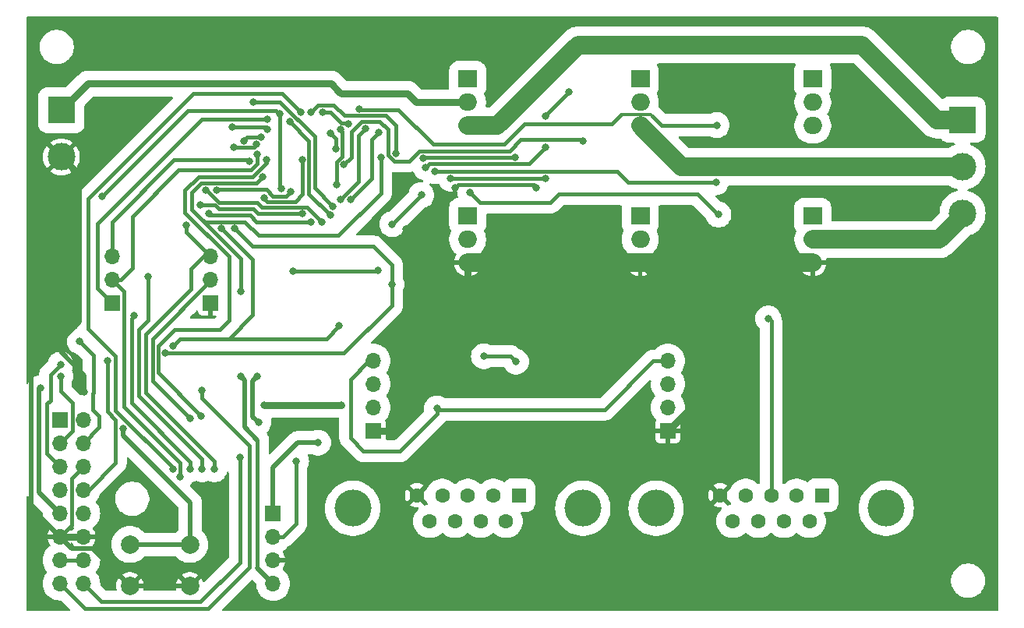
<source format=gbr>
%TF.GenerationSoftware,KiCad,Pcbnew,8.0.1*%
%TF.CreationDate,2024-05-23T13:36:51+02:00*%
%TF.ProjectId,BLDCsensDrv,424c4443-7365-46e7-9344-72762e6b6963,rev?*%
%TF.SameCoordinates,Original*%
%TF.FileFunction,Copper,L2,Bot*%
%TF.FilePolarity,Positive*%
%FSLAX46Y46*%
G04 Gerber Fmt 4.6, Leading zero omitted, Abs format (unit mm)*
G04 Created by KiCad (PCBNEW 8.0.1) date 2024-05-23 13:36:51*
%MOMM*%
%LPD*%
G01*
G04 APERTURE LIST*
%TA.AperFunction,ComponentPad*%
%ADD10R,2.000000X1.905000*%
%TD*%
%TA.AperFunction,ComponentPad*%
%ADD11O,2.000000X1.905000*%
%TD*%
%TA.AperFunction,ComponentPad*%
%ADD12R,1.700000X1.700000*%
%TD*%
%TA.AperFunction,ComponentPad*%
%ADD13O,1.700000X1.700000*%
%TD*%
%TA.AperFunction,ComponentPad*%
%ADD14R,3.000000X3.000000*%
%TD*%
%TA.AperFunction,ComponentPad*%
%ADD15C,3.000000*%
%TD*%
%TA.AperFunction,ComponentPad*%
%ADD16C,2.000000*%
%TD*%
%TA.AperFunction,ComponentPad*%
%ADD17C,4.000000*%
%TD*%
%TA.AperFunction,ComponentPad*%
%ADD18R,1.600000X1.600000*%
%TD*%
%TA.AperFunction,ComponentPad*%
%ADD19C,1.600000*%
%TD*%
%TA.AperFunction,ViaPad*%
%ADD20C,0.800000*%
%TD*%
%TA.AperFunction,Conductor*%
%ADD21C,0.800000*%
%TD*%
%TA.AperFunction,Conductor*%
%ADD22C,0.200000*%
%TD*%
%TA.AperFunction,Conductor*%
%ADD23C,0.500000*%
%TD*%
%TA.AperFunction,Conductor*%
%ADD24C,0.400000*%
%TD*%
%TA.AperFunction,Conductor*%
%ADD25C,2.000000*%
%TD*%
%TA.AperFunction,Conductor*%
%ADD26C,0.300000*%
%TD*%
G04 APERTURE END LIST*
D10*
%TO.P,Q6,1,G*%
%TO.N,Net-(Q6-G)*%
X175235000Y-79580000D03*
D11*
%TO.P,Q6,2,D*%
%TO.N,Net-(J6-Pin_3)*%
X175235000Y-82120000D03*
%TO.P,Q6,3,S*%
%TO.N,AGND*%
X175235000Y-84660000D03*
%TD*%
D12*
%TO.P,J5,1,Pin_1*%
%TO.N,AGND*%
X109800000Y-89025000D03*
D13*
%TO.P,J5,2,Pin_2*%
%TO.N,NFAULT*%
X109800000Y-86485000D03*
%TO.P,J5,3,Pin_3*%
%TO.N,FG*%
X109800000Y-83945000D03*
%TD*%
D14*
%TO.P,J6,1,Pin_1*%
%TO.N,Net-(J6-Pin_1)*%
X191500000Y-69120000D03*
D15*
%TO.P,J6,2,Pin_2*%
%TO.N,Net-(J6-Pin_2)*%
X191500000Y-74200000D03*
%TO.P,J6,3,Pin_3*%
%TO.N,Net-(J6-Pin_3)*%
X191500000Y-79280000D03*
%TD*%
D12*
%TO.P,J25,1,Pin_1*%
%TO.N,AVDD*%
X116600000Y-111920000D03*
D13*
%TO.P,J25,2,Pin_2*%
%TO.N,SWCLK{slash}BOOT0*%
X116600000Y-114460000D03*
%TO.P,J25,3,Pin_3*%
%TO.N,AGND*%
X116600000Y-117000000D03*
%TO.P,J25,4,Pin_4*%
%TO.N,SWDIO*%
X116600000Y-119540000D03*
%TD*%
D10*
%TO.P,Q5,1,G*%
%TO.N,Net-(Q5-G)*%
X175235000Y-64680000D03*
D11*
%TO.P,Q5,2,D*%
%TO.N,Net-(J1-Pin_1)*%
X175235000Y-67220000D03*
%TO.P,Q5,3,S*%
%TO.N,Net-(J6-Pin_3)*%
X175235000Y-69760000D03*
%TD*%
D12*
%TO.P,J22,1,Pin_1*%
%TO.N,AGND*%
X159500000Y-102920000D03*
D13*
%TO.P,J22,2,Pin_2*%
%TO.N,USART2_TX*%
X159500000Y-100380000D03*
%TO.P,J22,3,Pin_3*%
%TO.N,USART2_RX*%
X159500000Y-97840000D03*
%TO.P,J22,4,Pin_4*%
%TO.N,AVDD*%
X159500000Y-95300000D03*
%TD*%
D12*
%TO.P,J4,1,Pin_1*%
%TO.N,SPEED{slash}_WAKE*%
X99100000Y-89025000D03*
D13*
%TO.P,J4,2,Pin_2*%
%TO.N,DIR*%
X99100000Y-86485000D03*
%TO.P,J4,3,Pin_3*%
%TO.N,BRAKE*%
X99100000Y-83945000D03*
%TD*%
D10*
%TO.P,Q2,1,G*%
%TO.N,Net-(Q2-G)*%
X137735000Y-79580000D03*
D11*
%TO.P,Q2,2,D*%
%TO.N,Net-(J6-Pin_1)*%
X137735000Y-82120000D03*
%TO.P,Q2,3,S*%
%TO.N,AGND*%
X137735000Y-84660000D03*
%TD*%
D16*
%TO.P,SW1,1,1*%
%TO.N,NRST*%
X101050000Y-115270000D03*
X107550000Y-115270000D03*
%TO.P,SW1,2,2*%
%TO.N,AGND*%
X101050000Y-119770000D03*
X107550000Y-119770000D03*
%TD*%
D14*
%TO.P,J1,1,Pin_1*%
%TO.N,Net-(J1-Pin_1)*%
X93600000Y-68080000D03*
D15*
%TO.P,J1,2,Pin_2*%
%TO.N,AGND*%
X93600000Y-73160000D03*
%TD*%
D10*
%TO.P,Q1,1,G*%
%TO.N,Net-(Q1-G)*%
X137735000Y-64680000D03*
D11*
%TO.P,Q1,2,D*%
%TO.N,Net-(J1-Pin_1)*%
X137735000Y-67220000D03*
%TO.P,Q1,3,S*%
%TO.N,Net-(J6-Pin_1)*%
X137735000Y-69760000D03*
%TD*%
D10*
%TO.P,Q4,1,G*%
%TO.N,Net-(Q4-G)*%
X156485000Y-79580000D03*
D11*
%TO.P,Q4,2,D*%
%TO.N,Net-(J6-Pin_2)*%
X156485000Y-82120000D03*
%TO.P,Q4,3,S*%
%TO.N,AGND*%
X156485000Y-84660000D03*
%TD*%
D10*
%TO.P,Q3,1,G*%
%TO.N,Net-(Q3-G)*%
X156485000Y-64680000D03*
D11*
%TO.P,Q3,2,D*%
%TO.N,Net-(J1-Pin_1)*%
X156485000Y-67220000D03*
%TO.P,Q3,3,S*%
%TO.N,Net-(J6-Pin_2)*%
X156485000Y-69760000D03*
%TD*%
D12*
%TO.P,J21,1,Pin_1*%
%TO.N,AGND*%
X127500000Y-102920000D03*
D13*
%TO.P,J21,2,Pin_2*%
%TO.N,USART1_TX*%
X127500000Y-100380000D03*
%TO.P,J21,3,Pin_3*%
%TO.N,USART1_RX*%
X127500000Y-97840000D03*
%TO.P,J21,4,Pin_4*%
%TO.N,AVDD*%
X127500000Y-95300000D03*
%TD*%
D17*
%TO.P,J23,0*%
%TO.N,N/C*%
X125260000Y-111340000D03*
X150260000Y-111340000D03*
D18*
%TO.P,J23,1,1*%
%TO.N,unconnected-(J23-Pad1)*%
X143300000Y-109920000D03*
D19*
%TO.P,J23,2,2*%
%TO.N,Net-(Q20B-C2)*%
X140530000Y-109920000D03*
%TO.P,J23,3,3*%
%TO.N,Net-(D21-K)*%
X137760000Y-109920000D03*
%TO.P,J23,4,4*%
%TO.N,unconnected-(J23-Pad4)*%
X134990000Y-109920000D03*
%TO.P,J23,5,5*%
%TO.N,AGND*%
X132220000Y-109920000D03*
%TO.P,J23,6,6*%
%TO.N,unconnected-(J23-Pad6)*%
X141915000Y-112760000D03*
%TO.P,J23,7,7*%
%TO.N,unconnected-(J23-Pad7)*%
X139145000Y-112760000D03*
%TO.P,J23,8,8*%
%TO.N,unconnected-(J23-Pad8)*%
X136375000Y-112760000D03*
%TO.P,J23,9,9*%
%TO.N,unconnected-(J23-Pad9)*%
X133605000Y-112760000D03*
%TD*%
D17*
%TO.P,J24,0*%
%TO.N,N/C*%
X158210000Y-111340000D03*
X183210000Y-111340000D03*
D18*
%TO.P,J24,1,1*%
%TO.N,unconnected-(J24-Pad1)*%
X176250000Y-109920000D03*
D19*
%TO.P,J24,2,2*%
%TO.N,Net-(Q21B-C2)*%
X173480000Y-109920000D03*
%TO.P,J24,3,3*%
%TO.N,Net-(D22-K)*%
X170710000Y-109920000D03*
%TO.P,J24,4,4*%
%TO.N,unconnected-(J24-Pad4)*%
X167940000Y-109920000D03*
%TO.P,J24,5,5*%
%TO.N,AGND*%
X165170000Y-109920000D03*
%TO.P,J24,6,6*%
%TO.N,unconnected-(J24-Pad6)*%
X174865000Y-112760000D03*
%TO.P,J24,7,7*%
%TO.N,unconnected-(J24-Pad7)*%
X172095000Y-112760000D03*
%TO.P,J24,8,8*%
%TO.N,unconnected-(J24-Pad8)*%
X169325000Y-112760000D03*
%TO.P,J24,9,9*%
%TO.N,unconnected-(J24-Pad9)*%
X166555000Y-112760000D03*
%TD*%
D12*
%TO.P,J20,1,Pin_1*%
%TO.N,PA0*%
X93425000Y-101720000D03*
D13*
%TO.P,J20,2,Pin_2*%
%TO.N,PA1*%
X95965000Y-101720000D03*
%TO.P,J20,3,Pin_3*%
%TO.N,PB3*%
X93425000Y-104260000D03*
%TO.P,J20,4,Pin_4*%
%TO.N,PB4*%
X95965000Y-104260000D03*
%TO.P,J20,5,Pin_5*%
%TO.N,PB5*%
X93425000Y-106800000D03*
%TO.P,J20,6,Pin_6*%
%TO.N,AGND*%
X95965000Y-106800000D03*
%TO.P,J20,7,Pin_7*%
%TO.N,Net-(J20-Pin_10)*%
X93425000Y-109340000D03*
%TO.P,J20,8,Pin_8*%
%TO.N,PB8*%
X95965000Y-109340000D03*
%TO.P,J20,9,Pin_9*%
%TO.N,PB9*%
X93425000Y-111880000D03*
%TO.P,J20,10,Pin_10*%
%TO.N,Net-(J20-Pin_10)*%
X95965000Y-111880000D03*
%TO.P,J20,11,Pin_11*%
%TO.N,AGND*%
X93425000Y-114420000D03*
%TO.P,J20,12,Pin_12*%
X95965000Y-114420000D03*
%TO.P,J20,13,Pin_13*%
%TO.N,AVDD*%
X93425000Y-116960000D03*
%TO.P,J20,14,Pin_14*%
X95965000Y-116960000D03*
%TO.P,J20,15,Pin_15*%
%TO.N,PA15*%
X93425000Y-119500000D03*
%TO.P,J20,16,Pin_16*%
%TO.N,PA8*%
X95965000Y-119500000D03*
%TD*%
D20*
%TO.N,AGND*%
X122800000Y-79500000D03*
X118400000Y-69300000D03*
X131000000Y-81000000D03*
X162700000Y-67500000D03*
X145200000Y-76500000D03*
X136400000Y-76500000D03*
X96100000Y-98700000D03*
%TO.N,Net-(U1-GVDD)*%
X114466666Y-67200000D03*
X123100000Y-78500000D03*
%TO.N,Net-(U1-CPL)*%
X109600000Y-79300000D03*
X120700000Y-80200000D03*
%TO.N,Net-(U1-CPH)*%
X121900000Y-80200000D03*
X109300000Y-76800000D03*
%TO.N,Net-(J1-Pin_1)*%
X119800000Y-79300000D03*
X108700000Y-78400000D03*
X123800000Y-66082500D03*
%TO.N,Net-(U1-BSTA)*%
X126600000Y-70100000D03*
X123900000Y-77800000D03*
%TO.N,Net-(J6-Pin_1)*%
X128100000Y-70500000D03*
X125000000Y-77800000D03*
%TO.N,Net-(U1-BSTB)*%
X135900000Y-75500000D03*
X146200000Y-75500000D03*
%TO.N,Net-(J6-Pin_2)*%
X124300000Y-74000000D03*
X150300000Y-71400000D03*
%TO.N,USART1_RX*%
X124000000Y-100100000D03*
X115600000Y-100100000D03*
%TO.N,Net-(U1-BSTC)*%
X164800000Y-69700000D03*
X123400000Y-72300000D03*
X122800000Y-70600000D03*
X125950000Y-67950000D03*
%TO.N,AVDD*%
X128000000Y-85500000D03*
X121500000Y-104200000D03*
X98000000Y-77400000D03*
X118800000Y-85600000D03*
X117300000Y-68500000D03*
X117500000Y-76600000D03*
X134400000Y-100500000D03*
%TO.N,Net-(J6-Pin_3)*%
X164700000Y-75900000D03*
X134200000Y-74700000D03*
%TO.N,Net-(U1-GCTRL)*%
X110500000Y-76800000D03*
X118500000Y-76900000D03*
%TO.N,SDA*%
X115300000Y-71000000D03*
X129500000Y-87000000D03*
X112400000Y-80900000D03*
X113400000Y-71400000D03*
X104900000Y-94500000D03*
%TO.N,SCL*%
X111000000Y-80900000D03*
X105700000Y-93700000D03*
X112300000Y-72100000D03*
X123800000Y-91500000D03*
X114800000Y-71800000D03*
%TO.N,SWCLK{slash}BOOT0*%
X119100000Y-106200000D03*
%TO.N,DRVOFF*%
X105700000Y-107100000D03*
X119600000Y-68300000D03*
%TO.N,SPEED{slash}_WAKE*%
X101500000Y-90400000D03*
X107600000Y-107100000D03*
X116000000Y-69100000D03*
%TO.N,FG*%
X116000000Y-70200000D03*
X110200000Y-107100000D03*
X107200000Y-80600000D03*
X112200000Y-69900000D03*
%TO.N,DIR*%
X106500000Y-107900000D03*
X114900000Y-72900001D03*
%TO.N,DACOUT*%
X108800000Y-101300000D03*
X115900000Y-73500001D03*
%TO.N,BRAKE*%
X108900000Y-107100000D03*
X114000000Y-73600000D03*
X103000000Y-86200000D03*
%TO.N,NFAULT*%
X107550000Y-101550000D03*
X128300000Y-73200000D03*
X115500000Y-75300000D03*
X113100000Y-87800000D03*
%TO.N,PB9*%
X91300000Y-98300000D03*
%TO.N,Net-(D20-A)*%
X114900000Y-97000000D03*
X115000000Y-102000000D03*
%TO.N,Net-(D21-K)*%
X139500000Y-94800000D03*
X143000000Y-95400000D03*
%TO.N,NRST*%
X100300000Y-102650000D03*
%TO.N,PA8*%
X113000000Y-105800000D03*
%TO.N,Net-(D22-K)*%
X170400000Y-90700000D03*
%TO.N,SWDIO*%
X113100000Y-97000000D03*
%TO.N,PA15*%
X108900000Y-98500000D03*
%TO.N,PB3*%
X93500000Y-97000000D03*
%TO.N,PB4*%
X95600000Y-93200000D03*
%TO.N,PB5*%
X93500000Y-95700000D03*
%TO.N,PB8*%
X98600000Y-95300000D03*
%TO.N,Net-(U1-GHA)*%
X123500000Y-76200000D03*
X123900000Y-70200000D03*
%TO.N,Net-(U1-GHB)*%
X146200000Y-68700000D03*
X146200000Y-72100000D03*
X133200000Y-74300000D03*
X148700000Y-66100000D03*
%TO.N,Net-(U1-GLA)*%
X132700000Y-77300000D03*
X129550000Y-80450000D03*
%TO.N,Net-(U1-GLB)*%
X142900000Y-73200000D03*
X132900000Y-73300000D03*
%TO.N,Net-(U1-GLC)*%
X124800000Y-69600000D03*
X138000000Y-77000000D03*
X164980000Y-79420000D03*
X122000000Y-68300000D03*
%TO.N,Net-(U1-SN)*%
X129920711Y-72779289D03*
X120700000Y-68300000D03*
%TO.N,Net-(U1-EPAD)*%
X119800000Y-73500000D03*
X115600000Y-77600000D03*
%TD*%
D21*
%TO.N,AGND*%
X159500000Y-102920000D02*
X162100000Y-100320000D01*
D22*
X93600000Y-92800000D02*
X93500000Y-92900000D01*
D21*
X137735000Y-94565000D02*
X137735000Y-84660000D01*
D23*
X93500000Y-92900000D02*
X90300000Y-96100000D01*
D24*
X94700000Y-108065000D02*
X95965000Y-106800000D01*
D23*
X96100000Y-96900000D02*
X93500000Y-94300000D01*
X90300000Y-111295000D02*
X93425000Y-114420000D01*
X107550000Y-119770000D02*
X101050000Y-119770000D01*
X94705000Y-115700000D02*
X93425000Y-114420000D01*
D21*
X162100000Y-90275000D02*
X156485000Y-84660000D01*
D24*
X136700000Y-76200000D02*
X136400000Y-76500000D01*
X120500000Y-71400000D02*
X120500000Y-77200000D01*
D23*
X96100000Y-98700000D02*
X96100000Y-96900000D01*
D21*
X127500000Y-102920000D02*
X129380000Y-102920000D01*
D23*
X127500000Y-102920000D02*
X127500000Y-103200000D01*
D24*
X144900000Y-76200000D02*
X136700000Y-76200000D01*
X118400000Y-69300000D02*
X120500000Y-71400000D01*
D25*
X156485000Y-84660000D02*
X175235000Y-84660000D01*
D21*
X95400000Y-74960000D02*
X95400000Y-91000000D01*
D23*
X90300000Y-96100000D02*
X90300000Y-111295000D01*
D21*
X93425000Y-114420000D02*
X95965000Y-114420000D01*
D25*
X137735000Y-84660000D02*
X156485000Y-84660000D01*
D24*
X94700000Y-113145000D02*
X94700000Y-108065000D01*
D23*
X93500000Y-94300000D02*
X93500000Y-92900000D01*
D21*
X93600000Y-73160000D02*
X95400000Y-74960000D01*
D24*
X120500000Y-77200000D02*
X122800000Y-79500000D01*
D21*
X129380000Y-102920000D02*
X137735000Y-94565000D01*
X95400000Y-91000000D02*
X93600000Y-92800000D01*
D23*
X101050000Y-119770000D02*
X96980000Y-115700000D01*
D24*
X145200000Y-76500000D02*
X144900000Y-76200000D01*
X93425000Y-114420000D02*
X94700000Y-113145000D01*
D23*
X96980000Y-115700000D02*
X94705000Y-115700000D01*
D21*
X162100000Y-100320000D02*
X162100000Y-90275000D01*
D24*
%TO.N,Net-(U1-GVDD)*%
X117365686Y-67200000D02*
X121100000Y-70934314D01*
X114466666Y-67200000D02*
X117365686Y-67200000D01*
X121100000Y-76500000D02*
X123100000Y-78500000D01*
X121100000Y-70934314D02*
X121100000Y-76500000D01*
%TO.N,Net-(U1-CPL)*%
X114800000Y-80200000D02*
X114100000Y-79500000D01*
X120700000Y-80200000D02*
X114800000Y-80200000D01*
X109800000Y-79500000D02*
X109600000Y-79300000D01*
X114100000Y-79500000D02*
X109800000Y-79500000D01*
%TO.N,Net-(U1-CPH)*%
X110707107Y-78100000D02*
X114900000Y-78100000D01*
X114900000Y-78100000D02*
X115400000Y-78600000D01*
X109300000Y-76800000D02*
X109407107Y-76800000D01*
X109407107Y-76800000D02*
X110707107Y-78100000D01*
X120300000Y-78600000D02*
X121900000Y-80200000D01*
X115400000Y-78600000D02*
X120300000Y-78600000D01*
%TO.N,Net-(J1-Pin_1)*%
X114450000Y-78800000D02*
X110700000Y-78800000D01*
D21*
X96480000Y-65200000D02*
X93600000Y-68080000D01*
D24*
X110700000Y-78800000D02*
X110300000Y-78400000D01*
D21*
X122917500Y-65200000D02*
X96480000Y-65200000D01*
D24*
X114950000Y-79300000D02*
X114450000Y-78800000D01*
D21*
X123800000Y-66082500D02*
X122917500Y-65200000D01*
D24*
X110300000Y-78400000D02*
X108700000Y-78400000D01*
X119800000Y-79300000D02*
X114950000Y-79300000D01*
D21*
X132120000Y-67220000D02*
X137735000Y-67220000D01*
X131200000Y-66300000D02*
X132120000Y-67220000D01*
X123800000Y-66082500D02*
X124017500Y-66300000D01*
X124017500Y-66300000D02*
X131200000Y-66300000D01*
D24*
%TO.N,Net-(U1-BSTA)*%
X125900000Y-70800000D02*
X126600000Y-70100000D01*
X125900000Y-75800000D02*
X125900000Y-70800000D01*
X123900000Y-77800000D02*
X125900000Y-75800000D01*
D25*
%TO.N,Net-(J6-Pin_1)*%
X137735000Y-69760000D02*
X140960000Y-69760000D01*
D24*
X128100000Y-70500000D02*
X127300000Y-71300000D01*
X127300000Y-75500000D02*
X125000000Y-77800000D01*
D25*
X191480000Y-69140000D02*
X191500000Y-69120000D01*
X149720000Y-61000000D02*
X180600000Y-61000000D01*
D24*
X127300000Y-71300000D02*
X127300000Y-75500000D01*
D25*
X188740000Y-69140000D02*
X191480000Y-69140000D01*
X180600000Y-61000000D02*
X188740000Y-69140000D01*
X140960000Y-69760000D02*
X149720000Y-61000000D01*
D24*
%TO.N,Net-(U1-BSTB)*%
X146200000Y-75500000D02*
X135900000Y-75500000D01*
%TO.N,Net-(J6-Pin_2)*%
X150200000Y-71300000D02*
X150300000Y-71400000D01*
X129100000Y-70200000D02*
X129100000Y-72948529D01*
X124300000Y-74000000D02*
X125100000Y-73200000D01*
X126200000Y-69300000D02*
X128200000Y-69300000D01*
D25*
X156485000Y-69760000D02*
X160945000Y-74220000D01*
D24*
X129100000Y-72948529D02*
X129751471Y-73600000D01*
X125100000Y-73200000D02*
X125100000Y-70400000D01*
D25*
X191480000Y-74220000D02*
X191500000Y-74200000D01*
X160945000Y-74220000D02*
X191480000Y-74220000D01*
D24*
X131400000Y-73600000D02*
X132500000Y-72500000D01*
X132500000Y-72500000D02*
X142300000Y-72500000D01*
X142300000Y-72500000D02*
X143500000Y-71300000D01*
X128200000Y-69300000D02*
X129100000Y-70200000D01*
X129751471Y-73600000D02*
X131400000Y-73600000D01*
X143500000Y-71300000D02*
X150200000Y-71300000D01*
X125100000Y-70400000D02*
X126200000Y-69300000D01*
D21*
%TO.N,USART1_RX*%
X124000000Y-100100000D02*
X115600000Y-100100000D01*
D24*
%TO.N,Net-(U1-BSTC)*%
X143900000Y-69600000D02*
X153400000Y-69600000D01*
X134000000Y-71800000D02*
X141700000Y-71800000D01*
X141700000Y-71800000D02*
X143900000Y-69600000D01*
X153400000Y-69600000D02*
X154440000Y-68560000D01*
D26*
X154490000Y-68510000D02*
X157610000Y-68510000D01*
D24*
X125950000Y-67950000D02*
X126000000Y-68000000D01*
X157800000Y-68700000D02*
X158800000Y-69700000D01*
X158800000Y-69700000D02*
X164800000Y-69700000D01*
X123400000Y-71200000D02*
X123400000Y-72300000D01*
D26*
X157610000Y-68510000D02*
X157800000Y-68700000D01*
D24*
X126000000Y-68000000D02*
X130200000Y-68000000D01*
X122800000Y-70600000D02*
X123400000Y-71200000D01*
D26*
X154440000Y-68560000D02*
X154490000Y-68510000D01*
D24*
X130200000Y-68000000D02*
X134000000Y-71800000D01*
%TO.N,AVDD*%
X134500000Y-100600000D02*
X152600000Y-100600000D01*
D23*
X116600000Y-106900000D02*
X116600000Y-111920000D01*
D24*
X134400000Y-101100000D02*
X130400000Y-105100000D01*
X93425000Y-116960000D02*
X95965000Y-116960000D01*
X116900000Y-68100000D02*
X107300000Y-68100000D01*
X134400000Y-100500000D02*
X134400000Y-101100000D01*
X134400000Y-100500000D02*
X134500000Y-100600000D01*
X130400000Y-105100000D02*
X126400000Y-105100000D01*
X117300000Y-68500000D02*
X117300000Y-76400000D01*
X117300000Y-76400000D02*
X117500000Y-76600000D01*
X125000000Y-97300000D02*
X127000000Y-95300000D01*
X107300000Y-68100000D02*
X98000000Y-77400000D01*
X125000000Y-103700000D02*
X125000000Y-97300000D01*
X157900000Y-95300000D02*
X159500000Y-95300000D01*
D22*
X127900000Y-85600000D02*
X128000000Y-85500000D01*
D23*
X119300000Y-104200000D02*
X116600000Y-106900000D01*
D24*
X117300000Y-68500000D02*
X116900000Y-68100000D01*
X126400000Y-105100000D02*
X125000000Y-103700000D01*
D23*
X127000000Y-95300000D02*
X127500000Y-95300000D01*
X121500000Y-104200000D02*
X119300000Y-104200000D01*
D24*
X152600000Y-100600000D02*
X157900000Y-95300000D01*
X118800000Y-85600000D02*
X127900000Y-85600000D01*
%TO.N,Net-(J6-Pin_3)*%
X134200000Y-74700000D02*
X154000000Y-74700000D01*
D25*
X191500000Y-79600000D02*
X191500000Y-79280000D01*
X188980000Y-82120000D02*
X191500000Y-79600000D01*
X175235000Y-82120000D02*
X188980000Y-82120000D01*
D24*
X155200000Y-75900000D02*
X164700000Y-75900000D01*
X154000000Y-74700000D02*
X155200000Y-75900000D01*
%TO.N,Net-(U1-GCTRL)*%
X118000000Y-77400000D02*
X118500000Y-76900000D01*
X116600000Y-77400000D02*
X118000000Y-77400000D01*
X110600000Y-76700000D02*
X115900000Y-76700000D01*
X115900000Y-76700000D02*
X116600000Y-77400000D01*
X110500000Y-76800000D02*
X110600000Y-76700000D01*
%TO.N,SDA*%
X127500000Y-82900000D02*
X129500000Y-84900000D01*
X114400000Y-82900000D02*
X127500000Y-82900000D01*
X129500000Y-84900000D02*
X129500000Y-87000000D01*
X129500000Y-89300000D02*
X129500000Y-87000000D01*
X113800000Y-71000000D02*
X115300000Y-71000000D01*
X104900000Y-94500000D02*
X124300000Y-94500000D01*
X112400000Y-80900000D02*
X114400000Y-82900000D01*
X113400000Y-71400000D02*
X113800000Y-71000000D01*
X124300000Y-94500000D02*
X129500000Y-89300000D01*
%TO.N,SCL*%
X122400000Y-92900000D02*
X108600000Y-92900000D01*
X111000000Y-80900000D02*
X114400000Y-84300000D01*
X114500000Y-72100000D02*
X112300000Y-72100000D01*
X114800000Y-71800000D02*
X114500000Y-72100000D01*
X123800000Y-91500000D02*
X122400000Y-92900000D01*
X114400000Y-84300000D02*
X114400000Y-90300000D01*
X114400000Y-90300000D02*
X111800000Y-92900000D01*
X106500000Y-92900000D02*
X105700000Y-93700000D01*
X108600000Y-92900000D02*
X106500000Y-92900000D01*
X111800000Y-92900000D02*
X110700000Y-92900000D01*
%TO.N,SWCLK{slash}BOOT0*%
X117640000Y-114460000D02*
X116600000Y-114460000D01*
X119100000Y-106200000D02*
X119100000Y-113000000D01*
X119100000Y-113000000D02*
X117640000Y-114460000D01*
%TO.N,DRVOFF*%
X107900000Y-66300000D02*
X117600000Y-66300000D01*
X96500000Y-91800000D02*
X96500000Y-77700000D01*
X99500000Y-94800000D02*
X96500000Y-91800000D01*
X99500000Y-100700000D02*
X99500000Y-94800000D01*
D23*
X105700000Y-107100000D02*
X105700000Y-106900000D01*
D24*
X117600000Y-66300000D02*
X119600000Y-68300000D01*
X96500000Y-77700000D02*
X107900000Y-66300000D01*
D22*
X119600000Y-68300000D02*
X119600000Y-68000000D01*
D24*
X105700000Y-106900000D02*
X99500000Y-100700000D01*
%TO.N,SPEED{slash}_WAKE*%
X107600000Y-106300000D02*
X101200000Y-99900000D01*
X116000000Y-69100000D02*
X108834314Y-69100000D01*
X107600000Y-107100000D02*
X107600000Y-106300000D01*
X108834314Y-69100000D02*
X97500000Y-80434314D01*
X97500000Y-87425000D02*
X99100000Y-89025000D01*
X97500000Y-80434314D02*
X97500000Y-87425000D01*
X101200000Y-99900000D02*
X101200000Y-90700000D01*
X101200000Y-90700000D02*
X101500000Y-90400000D01*
%TO.N,FG*%
X107700000Y-85300000D02*
X109055000Y-83945000D01*
X102800000Y-92400000D02*
X107700000Y-87500000D01*
X102800000Y-98800000D02*
X102800000Y-92400000D01*
X109055000Y-83945000D02*
X109800000Y-83945000D01*
X112200000Y-69900000D02*
X115700000Y-69900000D01*
X107200000Y-81345000D02*
X109800000Y-83945000D01*
X107200000Y-80600000D02*
X107200000Y-81345000D01*
X110200000Y-107100000D02*
X110200000Y-106200000D01*
X110200000Y-106200000D02*
X102800000Y-98800000D01*
X115700000Y-69900000D02*
X116000000Y-70200000D01*
X107700000Y-87500000D02*
X107700000Y-85300000D01*
%TO.N,DIR*%
X106500000Y-106400000D02*
X100400000Y-100300000D01*
X114900000Y-72900001D02*
X114900000Y-73900000D01*
X100400000Y-87785000D02*
X99100000Y-86485000D01*
X114200000Y-74600000D02*
X106300000Y-74600000D01*
X101300000Y-85200000D02*
X100015000Y-86485000D01*
X114900000Y-73900000D02*
X114200000Y-74600000D01*
X101300000Y-79600000D02*
X101300000Y-85200000D01*
X100400000Y-100300000D02*
X100400000Y-87785000D01*
X106300000Y-74600000D02*
X101300000Y-79600000D01*
X100015000Y-86485000D02*
X99100000Y-86485000D01*
X106500000Y-107900000D02*
X106500000Y-106400000D01*
%TO.N,DACOUT*%
X115900000Y-73500001D02*
X115900000Y-73800000D01*
X111800000Y-84000000D02*
X111800000Y-90900000D01*
X107000000Y-76800000D02*
X107000000Y-79200000D01*
X114400000Y-75300000D02*
X108500000Y-75300000D01*
X108500000Y-75300000D02*
X107000000Y-76800000D01*
X110800000Y-91900000D02*
X105900000Y-91900000D01*
X104100000Y-96600000D02*
X108800000Y-101300000D01*
X105900000Y-91900000D02*
X104100000Y-93700000D01*
X115900000Y-73800000D02*
X114400000Y-75300000D01*
X104100000Y-93700000D02*
X104100000Y-96600000D01*
X107000000Y-79200000D02*
X111800000Y-84000000D01*
X111800000Y-90900000D02*
X110800000Y-91900000D01*
%TO.N,BRAKE*%
X113900000Y-73500000D02*
X105800000Y-73500000D01*
X105800000Y-73500000D02*
X99100000Y-80200000D01*
X99100000Y-80200000D02*
X99100000Y-83945000D01*
X102000000Y-99100000D02*
X102000000Y-91900000D01*
X103000000Y-90900000D02*
X103000000Y-86200000D01*
X114000000Y-73600000D02*
X113900000Y-73500000D01*
X108900000Y-106000000D02*
X102000000Y-99100000D01*
X108900000Y-107100000D02*
X108900000Y-106000000D01*
X102000000Y-91900000D02*
X103000000Y-90900000D01*
%TO.N,NFAULT*%
X109124264Y-80200000D02*
X109024264Y-80100000D01*
X123700000Y-81700000D02*
X115000000Y-81700000D01*
X114800000Y-76000000D02*
X108800000Y-76000000D01*
X113100000Y-84175736D02*
X107800000Y-78875736D01*
X115500000Y-75300000D02*
X114800000Y-76000000D01*
D22*
X109800000Y-86600000D02*
X109800000Y-86485000D01*
D24*
X113500000Y-80200000D02*
X109124264Y-80200000D01*
X103500000Y-92900000D02*
X109800000Y-86600000D01*
X128300000Y-77100000D02*
X123700000Y-81700000D01*
X128300000Y-73200000D02*
X128300000Y-77100000D01*
X115000000Y-81700000D02*
X113500000Y-80200000D01*
X108800000Y-76000000D02*
X107800000Y-77000000D01*
D22*
X109024264Y-80100000D02*
X107800000Y-78875736D01*
D24*
X113100000Y-87800000D02*
X113100000Y-84175736D01*
X107800000Y-77000000D02*
X107800000Y-78875736D01*
X103500000Y-97500000D02*
X103500000Y-92900000D01*
X107550000Y-101550000D02*
X103500000Y-97500000D01*
D23*
%TO.N,PB9*%
X91200000Y-109655000D02*
X93425000Y-111880000D01*
X91300000Y-98300000D02*
X91200000Y-98400000D01*
X91200000Y-98400000D02*
X91200000Y-109655000D01*
%TO.N,Net-(D20-A)*%
X114400000Y-101400000D02*
X115000000Y-102000000D01*
X114900000Y-97000000D02*
X114400000Y-97500000D01*
X114400000Y-97500000D02*
X114400000Y-101400000D01*
D24*
%TO.N,Net-(D21-K)*%
X139500000Y-94800000D02*
X142400000Y-94800000D01*
X142400000Y-94800000D02*
X143000000Y-95400000D01*
D23*
%TO.N,NRST*%
X100300000Y-103400000D02*
X107600000Y-110700000D01*
X100300000Y-102650000D02*
X100300000Y-103400000D01*
X107600000Y-115270000D02*
X101050000Y-115270000D01*
X101050000Y-115270000D02*
X107550000Y-115270000D01*
X107600000Y-110700000D02*
X107600000Y-115270000D01*
D24*
%TO.N,PA8*%
X108700000Y-121500000D02*
X97965000Y-121500000D01*
X97965000Y-121500000D02*
X95965000Y-119500000D01*
X113000000Y-117200000D02*
X108700000Y-121500000D01*
X113000000Y-105800000D02*
X113000000Y-117200000D01*
%TO.N,Net-(D22-K)*%
X170710000Y-91010000D02*
X170710000Y-109920000D01*
X170400000Y-90700000D02*
X170710000Y-91010000D01*
D23*
%TO.N,SWDIO*%
X114900000Y-117840000D02*
X116600000Y-119540000D01*
X113500000Y-102500000D02*
X114900000Y-103900000D01*
D24*
X114900000Y-103900000D02*
X114900000Y-117840000D01*
D23*
X113500000Y-97400000D02*
X113500000Y-102500000D01*
X113100000Y-97000000D02*
X113500000Y-97400000D01*
D24*
%TO.N,PA15*%
X96125000Y-122200000D02*
X109500000Y-122200000D01*
X108900000Y-99400000D02*
X108900000Y-98500000D01*
X114000000Y-104500000D02*
X108900000Y-99400000D01*
X114000000Y-117700000D02*
X114000000Y-104500000D01*
X109500000Y-122200000D02*
X114000000Y-117700000D01*
X93425000Y-119500000D02*
X96125000Y-122200000D01*
%TO.N,PB3*%
X94800000Y-99900000D02*
X94800000Y-102885000D01*
X93500000Y-97000000D02*
X93500000Y-98600000D01*
X94800000Y-102885000D02*
X93425000Y-104260000D01*
X93500000Y-98600000D02*
X94800000Y-99900000D01*
%TO.N,PB4*%
X97100000Y-94700000D02*
X97100000Y-98789950D01*
X97000000Y-98889950D02*
X97000000Y-100600000D01*
X95600000Y-93200000D02*
X97100000Y-94700000D01*
X97700000Y-101300000D02*
X97700000Y-102525000D01*
X97000000Y-100600000D02*
X97700000Y-101300000D01*
X97100000Y-98789950D02*
X97000000Y-98889950D01*
X97700000Y-102525000D02*
X95965000Y-104260000D01*
%TO.N,PB5*%
X93500000Y-95700000D02*
X92400000Y-96800000D01*
X92000000Y-100000000D02*
X92000000Y-105375000D01*
X92400000Y-99600000D02*
X92000000Y-100000000D01*
X92000000Y-105375000D02*
X93425000Y-106800000D01*
X92400000Y-96800000D02*
X92400000Y-99600000D01*
%TO.N,PB8*%
X98600000Y-100800000D02*
X99500000Y-101700000D01*
X99500000Y-106400000D02*
X96560000Y-109340000D01*
X99500000Y-101700000D02*
X99500000Y-106400000D01*
X98600000Y-95300000D02*
X98600000Y-100800000D01*
X96560000Y-109340000D02*
X95965000Y-109340000D01*
%TO.N,Net-(U1-GHA)*%
X123500000Y-76200000D02*
X123500000Y-73700000D01*
X124100000Y-73100000D02*
X124100000Y-70400000D01*
X123500000Y-73700000D02*
X124100000Y-73100000D01*
X124100000Y-70400000D02*
X123900000Y-70200000D01*
%TO.N,Net-(U1-GHB)*%
X146200000Y-68600000D02*
X148700000Y-66100000D01*
X133200000Y-74300000D02*
X133600000Y-73900000D01*
X133600000Y-73900000D02*
X144400000Y-73900000D01*
X146200000Y-68700000D02*
X146200000Y-68600000D01*
X144400000Y-73900000D02*
X146200000Y-72100000D01*
%TO.N,Net-(U1-GLA)*%
X129550000Y-80450000D02*
X132700000Y-77300000D01*
%TO.N,Net-(U1-GLB)*%
X142900000Y-73200000D02*
X133000000Y-73200000D01*
X133000000Y-73200000D02*
X132900000Y-73300000D01*
%TO.N,Net-(U1-GLC)*%
X122800000Y-68300000D02*
X122000000Y-68300000D01*
X164980000Y-79420000D02*
X165000000Y-79440000D01*
X165000000Y-79440000D02*
X165000000Y-79500000D01*
X164980000Y-79420000D02*
X164920000Y-79420000D01*
X124700000Y-69500000D02*
X124000000Y-69500000D01*
X164920000Y-79420000D02*
X162700000Y-77200000D01*
X162700000Y-77200000D02*
X147600000Y-77200000D01*
X165000000Y-79500000D02*
X165000000Y-79500000D01*
X147600000Y-77200000D02*
X146700000Y-78100000D01*
X139100000Y-78100000D02*
X138000000Y-77000000D01*
X124000000Y-69500000D02*
X122800000Y-68300000D01*
X124800000Y-69600000D02*
X124700000Y-69500000D01*
X146700000Y-78100000D02*
X139100000Y-78100000D01*
%TO.N,Net-(U1-SN)*%
X128850000Y-68650000D02*
X124350000Y-68650000D01*
X124350000Y-68650000D02*
X123200000Y-67500000D01*
X121500000Y-67500000D02*
X120700000Y-68300000D01*
X123200000Y-67500000D02*
X121500000Y-67500000D01*
X129920711Y-69720711D02*
X128850000Y-68650000D01*
X129920711Y-72779289D02*
X129920711Y-69720711D01*
%TO.N,Net-(U1-EPAD)*%
X119000000Y-78000000D02*
X119800000Y-77200000D01*
X116000000Y-78000000D02*
X119000000Y-78000000D01*
X119800000Y-77200000D02*
X119800000Y-73500000D01*
X115600000Y-77600000D02*
X116000000Y-78000000D01*
%TD*%
%TA.AperFunction,Conductor*%
%TO.N,AGND*%
G36*
X89985698Y-110022432D02*
G01*
X90022570Y-110077949D01*
X90035083Y-110116459D01*
X90041118Y-110135031D01*
X90102597Y-110255690D01*
X90130476Y-110310405D01*
X90246172Y-110469646D01*
X90246174Y-110469648D01*
X91535520Y-111758994D01*
X91569005Y-111820317D01*
X91571523Y-111855518D01*
X91569773Y-111879995D01*
X91569773Y-111880001D01*
X91588657Y-112144027D01*
X91588658Y-112144034D01*
X91644921Y-112402673D01*
X91737426Y-112650690D01*
X91737428Y-112650694D01*
X91864280Y-112883005D01*
X91864285Y-112883013D01*
X92022906Y-113094907D01*
X92022922Y-113094925D01*
X92210074Y-113282077D01*
X92210092Y-113282093D01*
X92294966Y-113345628D01*
X92352502Y-113388699D01*
X92352504Y-113388700D01*
X92394376Y-113444633D01*
X92399360Y-113514325D01*
X92379769Y-113559090D01*
X92251400Y-113742420D01*
X92251399Y-113742422D01*
X92151570Y-113956507D01*
X92151567Y-113956513D01*
X92094364Y-114169999D01*
X92094364Y-114170000D01*
X92991988Y-114170000D01*
X92959075Y-114227007D01*
X92925000Y-114354174D01*
X92925000Y-114485826D01*
X92959075Y-114612993D01*
X92991988Y-114670000D01*
X92094364Y-114670000D01*
X92151567Y-114883486D01*
X92151570Y-114883492D01*
X92251399Y-115097578D01*
X92379769Y-115280907D01*
X92402096Y-115347113D01*
X92385086Y-115414881D01*
X92352505Y-115451298D01*
X92210086Y-115557912D01*
X92210074Y-115557922D01*
X92022922Y-115745074D01*
X92022906Y-115745092D01*
X91864285Y-115956986D01*
X91864280Y-115956994D01*
X91737428Y-116189305D01*
X91737426Y-116189309D01*
X91644921Y-116437326D01*
X91588658Y-116695965D01*
X91588657Y-116695972D01*
X91569773Y-116959998D01*
X91569773Y-116960001D01*
X91588657Y-117224027D01*
X91588658Y-117224034D01*
X91644921Y-117482673D01*
X91737426Y-117730690D01*
X91737428Y-117730694D01*
X91864280Y-117963005D01*
X91864285Y-117963013D01*
X92008520Y-118155690D01*
X92032937Y-118221155D01*
X92018085Y-118289427D01*
X92008520Y-118304310D01*
X91864285Y-118496986D01*
X91864280Y-118496994D01*
X91737428Y-118729305D01*
X91737426Y-118729309D01*
X91644921Y-118977326D01*
X91588658Y-119235965D01*
X91588657Y-119235972D01*
X91569773Y-119499998D01*
X91569773Y-119500001D01*
X91588657Y-119764027D01*
X91588658Y-119764034D01*
X91644921Y-120022673D01*
X91737426Y-120270690D01*
X91737428Y-120270694D01*
X91864280Y-120503005D01*
X91864285Y-120503013D01*
X92022906Y-120714907D01*
X92022922Y-120714925D01*
X92210074Y-120902077D01*
X92210092Y-120902093D01*
X92421986Y-121060714D01*
X92421994Y-121060719D01*
X92654305Y-121187571D01*
X92654309Y-121187573D01*
X92654311Y-121187574D01*
X92902322Y-121280077D01*
X92902325Y-121280077D01*
X92902326Y-121280078D01*
X93086200Y-121320077D01*
X93160974Y-121336343D01*
X93404660Y-121353772D01*
X93424999Y-121355227D01*
X93425000Y-121355227D01*
X93515467Y-121348756D01*
X93583740Y-121363607D01*
X93611995Y-121384759D01*
X94535056Y-122307819D01*
X94568541Y-122369142D01*
X94563557Y-122438833D01*
X94521685Y-122494767D01*
X94456221Y-122519184D01*
X94447375Y-122519500D01*
X89923532Y-122519500D01*
X89856493Y-122499815D01*
X89810738Y-122447011D01*
X89799532Y-122395691D01*
X89793269Y-118325074D01*
X89780640Y-110116459D01*
X89800222Y-110049391D01*
X89852955Y-110003555D01*
X89922098Y-109993505D01*
X89985698Y-110022432D01*
G37*
%TD.AperFunction*%
%TA.AperFunction,Conductor*%
G36*
X133316851Y-110663299D02*
G01*
X133318132Y-110663557D01*
X133367832Y-110711322D01*
X133416894Y-110796301D01*
X133433366Y-110864201D01*
X133410513Y-110930228D01*
X133355591Y-110973418D01*
X133327987Y-110980915D01*
X133203232Y-110999718D01*
X133203222Y-110999721D01*
X133078163Y-111038296D01*
X133008300Y-111039246D01*
X132953933Y-111007486D01*
X132349409Y-110402962D01*
X132412993Y-110385925D01*
X132527007Y-110320099D01*
X132620099Y-110227007D01*
X132685925Y-110112993D01*
X132702962Y-110049410D01*
X133316851Y-110663299D01*
G37*
%TD.AperFunction*%
%TA.AperFunction,Conductor*%
G36*
X166266851Y-110663299D02*
G01*
X166268132Y-110663557D01*
X166317832Y-110711322D01*
X166366894Y-110796301D01*
X166383366Y-110864201D01*
X166360513Y-110930228D01*
X166305591Y-110973418D01*
X166277987Y-110980915D01*
X166153232Y-110999718D01*
X166153222Y-110999721D01*
X166028163Y-111038296D01*
X165958300Y-111039246D01*
X165903933Y-111007486D01*
X165299409Y-110402962D01*
X165362993Y-110385925D01*
X165477007Y-110320099D01*
X165570099Y-110227007D01*
X165635925Y-110112993D01*
X165652962Y-110049409D01*
X166266851Y-110663299D01*
G37*
%TD.AperFunction*%
%TA.AperFunction,Conductor*%
G36*
X195322539Y-57940185D02*
G01*
X195368294Y-57992989D01*
X195379500Y-58044500D01*
X195379500Y-122395500D01*
X195359815Y-122462539D01*
X195307011Y-122508294D01*
X195255500Y-122519500D01*
X111177626Y-122519500D01*
X111110587Y-122499815D01*
X111064832Y-122447011D01*
X111054888Y-122377853D01*
X111083913Y-122314297D01*
X111089945Y-122307819D01*
X114256964Y-119140800D01*
X114318287Y-119107315D01*
X114387979Y-119112299D01*
X114432326Y-119140800D01*
X114710520Y-119418994D01*
X114744005Y-119480317D01*
X114746523Y-119515518D01*
X114744773Y-119539995D01*
X114744773Y-119540001D01*
X114763657Y-119804027D01*
X114763658Y-119804034D01*
X114819921Y-120062673D01*
X114912426Y-120310690D01*
X114912428Y-120310694D01*
X115039280Y-120543005D01*
X115039285Y-120543013D01*
X115197906Y-120754907D01*
X115197922Y-120754925D01*
X115385074Y-120942077D01*
X115385092Y-120942093D01*
X115596986Y-121100714D01*
X115596994Y-121100719D01*
X115829305Y-121227571D01*
X115829309Y-121227573D01*
X115829311Y-121227574D01*
X116077322Y-121320077D01*
X116077325Y-121320077D01*
X116077326Y-121320078D01*
X116152091Y-121336342D01*
X116335974Y-121376343D01*
X116579660Y-121393772D01*
X116599999Y-121395227D01*
X116600000Y-121395227D01*
X116600001Y-121395227D01*
X116618885Y-121393876D01*
X116864026Y-121376343D01*
X117122678Y-121320077D01*
X117370689Y-121227574D01*
X117603011Y-121100716D01*
X117814915Y-120942087D01*
X118002087Y-120754915D01*
X118160716Y-120543011D01*
X118287574Y-120310689D01*
X118380077Y-120062678D01*
X118436343Y-119804026D01*
X118455227Y-119540000D01*
X118439584Y-119321288D01*
X190249500Y-119321288D01*
X190281161Y-119561785D01*
X190343947Y-119796104D01*
X190435756Y-120017750D01*
X190436776Y-120020212D01*
X190558064Y-120230289D01*
X190558066Y-120230292D01*
X190558067Y-120230293D01*
X190705733Y-120422736D01*
X190705739Y-120422743D01*
X190877256Y-120594260D01*
X190877262Y-120594265D01*
X191069711Y-120741936D01*
X191279788Y-120863224D01*
X191503900Y-120956054D01*
X191738211Y-121018838D01*
X191918586Y-121042584D01*
X191978711Y-121050500D01*
X191978712Y-121050500D01*
X192221289Y-121050500D01*
X192269388Y-121044167D01*
X192461789Y-121018838D01*
X192696100Y-120956054D01*
X192920212Y-120863224D01*
X193130289Y-120741936D01*
X193322738Y-120594265D01*
X193494265Y-120422738D01*
X193641936Y-120230289D01*
X193763224Y-120020212D01*
X193856054Y-119796100D01*
X193918838Y-119561789D01*
X193950500Y-119321288D01*
X193950500Y-119078712D01*
X193918838Y-118838211D01*
X193856054Y-118603900D01*
X193763224Y-118379788D01*
X193641936Y-118169711D01*
X193494265Y-117977262D01*
X193494260Y-117977256D01*
X193322743Y-117805739D01*
X193322736Y-117805733D01*
X193130293Y-117658067D01*
X193130292Y-117658066D01*
X193130289Y-117658064D01*
X192920212Y-117536776D01*
X192831427Y-117500000D01*
X192696104Y-117443947D01*
X192461785Y-117381161D01*
X192221289Y-117349500D01*
X192221288Y-117349500D01*
X191978712Y-117349500D01*
X191978711Y-117349500D01*
X191738214Y-117381161D01*
X191503895Y-117443947D01*
X191279794Y-117536773D01*
X191279785Y-117536777D01*
X191069706Y-117658067D01*
X190877263Y-117805733D01*
X190877256Y-117805739D01*
X190705739Y-117977256D01*
X190705733Y-117977263D01*
X190558067Y-118169706D01*
X190558064Y-118169710D01*
X190558064Y-118169711D01*
X190541817Y-118197851D01*
X190436777Y-118379785D01*
X190436773Y-118379794D01*
X190343947Y-118603895D01*
X190281161Y-118838214D01*
X190249500Y-119078711D01*
X190249500Y-119321288D01*
X118439584Y-119321288D01*
X118436343Y-119275974D01*
X118380077Y-119017322D01*
X118287574Y-118769311D01*
X118265732Y-118729311D01*
X118160719Y-118536994D01*
X118160714Y-118536986D01*
X118002093Y-118325092D01*
X118002077Y-118325074D01*
X117814925Y-118137922D01*
X117814907Y-118137906D01*
X117672495Y-118031299D01*
X117630623Y-117975366D01*
X117625639Y-117905674D01*
X117645230Y-117860908D01*
X117773600Y-117677578D01*
X117873429Y-117463492D01*
X117873432Y-117463486D01*
X117930636Y-117250000D01*
X117033012Y-117250000D01*
X117065925Y-117192993D01*
X117100000Y-117065826D01*
X117100000Y-116934174D01*
X117065925Y-116807007D01*
X117033012Y-116750000D01*
X117930636Y-116750000D01*
X117930635Y-116749999D01*
X117873432Y-116536513D01*
X117873429Y-116536507D01*
X117773600Y-116322422D01*
X117773599Y-116322420D01*
X117645230Y-116139090D01*
X117622903Y-116072884D01*
X117639913Y-116005117D01*
X117672489Y-115968705D01*
X117814915Y-115862087D01*
X118002087Y-115674915D01*
X118048395Y-115613052D01*
X118096832Y-115575431D01*
X118096490Y-115574759D01*
X118100002Y-115572969D01*
X118100223Y-115572798D01*
X118100813Y-115572553D01*
X118100832Y-115572547D01*
X118269199Y-115486760D01*
X118422074Y-115375690D01*
X120015690Y-113782073D01*
X120126760Y-113629199D01*
X120212547Y-113460832D01*
X120270940Y-113281118D01*
X120300430Y-113094925D01*
X120300500Y-113094486D01*
X120300500Y-111340003D01*
X122254415Y-111340003D01*
X122274738Y-111688927D01*
X122274739Y-111688938D01*
X122335428Y-112033127D01*
X122335430Y-112033134D01*
X122435674Y-112367972D01*
X122574107Y-112688895D01*
X122574113Y-112688908D01*
X122748870Y-112991597D01*
X122957584Y-113271949D01*
X122957589Y-113271955D01*
X123067732Y-113388699D01*
X123197442Y-113526183D01*
X123320212Y-113629199D01*
X123465186Y-113750847D01*
X123465194Y-113750853D01*
X123757203Y-113942911D01*
X123827403Y-113978167D01*
X124069549Y-114099777D01*
X124397989Y-114219319D01*
X124738086Y-114299923D01*
X125085241Y-114340500D01*
X125085248Y-114340500D01*
X125434752Y-114340500D01*
X125434759Y-114340500D01*
X125781914Y-114299923D01*
X126122011Y-114219319D01*
X126450451Y-114099777D01*
X126762793Y-113942913D01*
X127014897Y-113777101D01*
X127054805Y-113750853D01*
X127054805Y-113750852D01*
X127054811Y-113750849D01*
X127322558Y-113526183D01*
X127562412Y-113271953D01*
X127771130Y-112991596D01*
X127945889Y-112688904D01*
X128084326Y-112367971D01*
X128184569Y-112033136D01*
X128194538Y-111976603D01*
X128245260Y-111688938D01*
X128245259Y-111688938D01*
X128245262Y-111688927D01*
X128265585Y-111340000D01*
X128265019Y-111330289D01*
X128258885Y-111224966D01*
X128245262Y-110991073D01*
X128235746Y-110937102D01*
X128184571Y-110646872D01*
X128184569Y-110646865D01*
X128176181Y-110618846D01*
X128084326Y-110312029D01*
X127945889Y-109991096D01*
X127904843Y-109920002D01*
X130915034Y-109920002D01*
X130934858Y-110146599D01*
X130934860Y-110146610D01*
X130993730Y-110366317D01*
X130993735Y-110366331D01*
X131089863Y-110572478D01*
X131140974Y-110645472D01*
X131737037Y-110049409D01*
X131754075Y-110112993D01*
X131819901Y-110227007D01*
X131912993Y-110320099D01*
X132027007Y-110385925D01*
X132090590Y-110402962D01*
X131494526Y-110999025D01*
X131567513Y-111050132D01*
X131567521Y-111050136D01*
X131773668Y-111146264D01*
X131773682Y-111146269D01*
X131993389Y-111205139D01*
X131993400Y-111205141D01*
X132219998Y-111224966D01*
X132220001Y-111224966D01*
X132292876Y-111218590D01*
X132361376Y-111232356D01*
X132411559Y-111280972D01*
X132427493Y-111349000D01*
X132404118Y-111414844D01*
X132388025Y-111433016D01*
X132281447Y-111531905D01*
X132281444Y-111531908D01*
X132113185Y-111742898D01*
X131978258Y-111976599D01*
X131978256Y-111976603D01*
X131879666Y-112227804D01*
X131879664Y-112227811D01*
X131819616Y-112490898D01*
X131799451Y-112759995D01*
X131799451Y-112760004D01*
X131819616Y-113029101D01*
X131879664Y-113292188D01*
X131879666Y-113292195D01*
X131971500Y-113526183D01*
X131978257Y-113543398D01*
X132113185Y-113777102D01*
X132120161Y-113785849D01*
X132281442Y-113988089D01*
X132401810Y-114099773D01*
X132479259Y-114171635D01*
X132702226Y-114323651D01*
X132945359Y-114440738D01*
X133203228Y-114520280D01*
X133203229Y-114520280D01*
X133203232Y-114520281D01*
X133470063Y-114560499D01*
X133470068Y-114560499D01*
X133470071Y-114560500D01*
X133470072Y-114560500D01*
X133739928Y-114560500D01*
X133739929Y-114560500D01*
X133739936Y-114560499D01*
X134006767Y-114520281D01*
X134006768Y-114520280D01*
X134006772Y-114520280D01*
X134264641Y-114440738D01*
X134507775Y-114323651D01*
X134730741Y-114171635D01*
X134894950Y-114019270D01*
X134905659Y-114009335D01*
X134968191Y-113978167D01*
X135037648Y-113985754D01*
X135074341Y-114009335D01*
X135157389Y-114086392D01*
X135249259Y-114171635D01*
X135472226Y-114323651D01*
X135715359Y-114440738D01*
X135973228Y-114520280D01*
X135973229Y-114520280D01*
X135973232Y-114520281D01*
X136240063Y-114560499D01*
X136240068Y-114560499D01*
X136240071Y-114560500D01*
X136240072Y-114560500D01*
X136509928Y-114560500D01*
X136509929Y-114560500D01*
X136509936Y-114560499D01*
X136776767Y-114520281D01*
X136776768Y-114520280D01*
X136776772Y-114520280D01*
X137034641Y-114440738D01*
X137277775Y-114323651D01*
X137500741Y-114171635D01*
X137664950Y-114019270D01*
X137675659Y-114009335D01*
X137738191Y-113978167D01*
X137807648Y-113985754D01*
X137844341Y-114009335D01*
X137927389Y-114086392D01*
X138019259Y-114171635D01*
X138242226Y-114323651D01*
X138485359Y-114440738D01*
X138743228Y-114520280D01*
X138743229Y-114520280D01*
X138743232Y-114520281D01*
X139010063Y-114560499D01*
X139010068Y-114560499D01*
X139010071Y-114560500D01*
X139010072Y-114560500D01*
X139279928Y-114560500D01*
X139279929Y-114560500D01*
X139279936Y-114560499D01*
X139546767Y-114520281D01*
X139546768Y-114520280D01*
X139546772Y-114520280D01*
X139804641Y-114440738D01*
X140047775Y-114323651D01*
X140270741Y-114171635D01*
X140434950Y-114019270D01*
X140445659Y-114009335D01*
X140508191Y-113978167D01*
X140577648Y-113985754D01*
X140614341Y-114009335D01*
X140697389Y-114086392D01*
X140789259Y-114171635D01*
X141012226Y-114323651D01*
X141255359Y-114440738D01*
X141513228Y-114520280D01*
X141513229Y-114520280D01*
X141513232Y-114520281D01*
X141780063Y-114560499D01*
X141780068Y-114560499D01*
X141780071Y-114560500D01*
X141780072Y-114560500D01*
X142049928Y-114560500D01*
X142049929Y-114560500D01*
X142049936Y-114560499D01*
X142316767Y-114520281D01*
X142316768Y-114520280D01*
X142316772Y-114520280D01*
X142574641Y-114440738D01*
X142817775Y-114323651D01*
X143040741Y-114171635D01*
X143194259Y-114029190D01*
X143238557Y-113988089D01*
X143238557Y-113988087D01*
X143238561Y-113988085D01*
X143406815Y-113777102D01*
X143541743Y-113543398D01*
X143640334Y-113292195D01*
X143700383Y-113029103D01*
X143720549Y-112760000D01*
X143712357Y-112650689D01*
X143700383Y-112490898D01*
X143700383Y-112490897D01*
X143640334Y-112227805D01*
X143541743Y-111976602D01*
X143541742Y-111976601D01*
X143541742Y-111976599D01*
X143501269Y-111906499D01*
X143484796Y-111838599D01*
X143507648Y-111772572D01*
X143562570Y-111729381D01*
X143608656Y-111720499D01*
X144158028Y-111720499D01*
X144158036Y-111720499D01*
X144277418Y-111709886D01*
X144473049Y-111653909D01*
X144653407Y-111559698D01*
X144811109Y-111431109D01*
X144885396Y-111340003D01*
X147254415Y-111340003D01*
X147274738Y-111688927D01*
X147274739Y-111688938D01*
X147335428Y-112033127D01*
X147335430Y-112033134D01*
X147435674Y-112367972D01*
X147574107Y-112688895D01*
X147574113Y-112688908D01*
X147748870Y-112991597D01*
X147957584Y-113271949D01*
X147957589Y-113271955D01*
X148067732Y-113388699D01*
X148197442Y-113526183D01*
X148320212Y-113629199D01*
X148465186Y-113750847D01*
X148465194Y-113750853D01*
X148757203Y-113942911D01*
X148827403Y-113978167D01*
X149069549Y-114099777D01*
X149397989Y-114219319D01*
X149738086Y-114299923D01*
X150085241Y-114340500D01*
X150085248Y-114340500D01*
X150434752Y-114340500D01*
X150434759Y-114340500D01*
X150781914Y-114299923D01*
X151122011Y-114219319D01*
X151450451Y-114099777D01*
X151762793Y-113942913D01*
X152014897Y-113777101D01*
X152054805Y-113750853D01*
X152054805Y-113750852D01*
X152054811Y-113750849D01*
X152322558Y-113526183D01*
X152562412Y-113271953D01*
X152771130Y-112991596D01*
X152945889Y-112688904D01*
X153084326Y-112367971D01*
X153184569Y-112033136D01*
X153194538Y-111976603D01*
X153245260Y-111688938D01*
X153245259Y-111688938D01*
X153245262Y-111688927D01*
X153265585Y-111340003D01*
X155204415Y-111340003D01*
X155224738Y-111688927D01*
X155224739Y-111688938D01*
X155285428Y-112033127D01*
X155285430Y-112033134D01*
X155385674Y-112367972D01*
X155524107Y-112688895D01*
X155524113Y-112688908D01*
X155698870Y-112991597D01*
X155907584Y-113271949D01*
X155907589Y-113271955D01*
X156017732Y-113388699D01*
X156147442Y-113526183D01*
X156270212Y-113629199D01*
X156415186Y-113750847D01*
X156415194Y-113750853D01*
X156707203Y-113942911D01*
X156777403Y-113978167D01*
X157019549Y-114099777D01*
X157347989Y-114219319D01*
X157688086Y-114299923D01*
X158035241Y-114340500D01*
X158035248Y-114340500D01*
X158384752Y-114340500D01*
X158384759Y-114340500D01*
X158731914Y-114299923D01*
X159072011Y-114219319D01*
X159400451Y-114099777D01*
X159712793Y-113942913D01*
X159964897Y-113777101D01*
X160004805Y-113750853D01*
X160004805Y-113750852D01*
X160004811Y-113750849D01*
X160272558Y-113526183D01*
X160512412Y-113271953D01*
X160721130Y-112991596D01*
X160895889Y-112688904D01*
X161034326Y-112367971D01*
X161134569Y-112033136D01*
X161144538Y-111976603D01*
X161195260Y-111688938D01*
X161195259Y-111688938D01*
X161195262Y-111688927D01*
X161215585Y-111340000D01*
X161215019Y-111330289D01*
X161208885Y-111224966D01*
X161195262Y-110991073D01*
X161185746Y-110937102D01*
X161134571Y-110646872D01*
X161134569Y-110646865D01*
X161126181Y-110618846D01*
X161034326Y-110312029D01*
X160895889Y-109991096D01*
X160854843Y-109920002D01*
X163865034Y-109920002D01*
X163884858Y-110146599D01*
X163884860Y-110146610D01*
X163943730Y-110366317D01*
X163943735Y-110366331D01*
X164039863Y-110572478D01*
X164090974Y-110645472D01*
X164687037Y-110049409D01*
X164704075Y-110112993D01*
X164769901Y-110227007D01*
X164862993Y-110320099D01*
X164977007Y-110385925D01*
X165040590Y-110402962D01*
X164444526Y-110999025D01*
X164517513Y-111050132D01*
X164517521Y-111050136D01*
X164723668Y-111146264D01*
X164723682Y-111146269D01*
X164943389Y-111205139D01*
X164943400Y-111205141D01*
X165169998Y-111224966D01*
X165170001Y-111224966D01*
X165242876Y-111218590D01*
X165311376Y-111232356D01*
X165361559Y-111280972D01*
X165377493Y-111349000D01*
X165354118Y-111414844D01*
X165338025Y-111433016D01*
X165231447Y-111531905D01*
X165231444Y-111531908D01*
X165063185Y-111742898D01*
X164928258Y-111976599D01*
X164928256Y-111976603D01*
X164829666Y-112227804D01*
X164829664Y-112227811D01*
X164769616Y-112490898D01*
X164749451Y-112759995D01*
X164749451Y-112760004D01*
X164769616Y-113029101D01*
X164829664Y-113292188D01*
X164829666Y-113292195D01*
X164921500Y-113526183D01*
X164928257Y-113543398D01*
X165063185Y-113777102D01*
X165070161Y-113785849D01*
X165231442Y-113988089D01*
X165351810Y-114099773D01*
X165429259Y-114171635D01*
X165652226Y-114323651D01*
X165895359Y-114440738D01*
X166153228Y-114520280D01*
X166153229Y-114520280D01*
X166153232Y-114520281D01*
X166420063Y-114560499D01*
X166420068Y-114560499D01*
X166420071Y-114560500D01*
X166420072Y-114560500D01*
X166689928Y-114560500D01*
X166689929Y-114560500D01*
X166689936Y-114560499D01*
X166956767Y-114520281D01*
X166956768Y-114520280D01*
X166956772Y-114520280D01*
X167214641Y-114440738D01*
X167457775Y-114323651D01*
X167680741Y-114171635D01*
X167844950Y-114019270D01*
X167855659Y-114009335D01*
X167918191Y-113978167D01*
X167987648Y-113985754D01*
X168024341Y-114009335D01*
X168107389Y-114086392D01*
X168199259Y-114171635D01*
X168422226Y-114323651D01*
X168665359Y-114440738D01*
X168923228Y-114520280D01*
X168923229Y-114520280D01*
X168923232Y-114520281D01*
X169190063Y-114560499D01*
X169190068Y-114560499D01*
X169190071Y-114560500D01*
X169190072Y-114560500D01*
X169459928Y-114560500D01*
X169459929Y-114560500D01*
X169459936Y-114560499D01*
X169726767Y-114520281D01*
X169726768Y-114520280D01*
X169726772Y-114520280D01*
X169984641Y-114440738D01*
X170227775Y-114323651D01*
X170450741Y-114171635D01*
X170614950Y-114019270D01*
X170625659Y-114009335D01*
X170688191Y-113978167D01*
X170757648Y-113985754D01*
X170794341Y-114009335D01*
X170877389Y-114086392D01*
X170969259Y-114171635D01*
X171192226Y-114323651D01*
X171435359Y-114440738D01*
X171693228Y-114520280D01*
X171693229Y-114520280D01*
X171693232Y-114520281D01*
X171960063Y-114560499D01*
X171960068Y-114560499D01*
X171960071Y-114560500D01*
X171960072Y-114560500D01*
X172229928Y-114560500D01*
X172229929Y-114560500D01*
X172229936Y-114560499D01*
X172496767Y-114520281D01*
X172496768Y-114520280D01*
X172496772Y-114520280D01*
X172754641Y-114440738D01*
X172997775Y-114323651D01*
X173220741Y-114171635D01*
X173384950Y-114019270D01*
X173395659Y-114009335D01*
X173458191Y-113978167D01*
X173527648Y-113985754D01*
X173564341Y-114009335D01*
X173647389Y-114086392D01*
X173739259Y-114171635D01*
X173962226Y-114323651D01*
X174205359Y-114440738D01*
X174463228Y-114520280D01*
X174463229Y-114520280D01*
X174463232Y-114520281D01*
X174730063Y-114560499D01*
X174730068Y-114560499D01*
X174730071Y-114560500D01*
X174730072Y-114560500D01*
X174999928Y-114560500D01*
X174999929Y-114560500D01*
X174999936Y-114560499D01*
X175266767Y-114520281D01*
X175266768Y-114520280D01*
X175266772Y-114520280D01*
X175524641Y-114440738D01*
X175767775Y-114323651D01*
X175990741Y-114171635D01*
X176144259Y-114029190D01*
X176188557Y-113988089D01*
X176188557Y-113988087D01*
X176188561Y-113988085D01*
X176356815Y-113777102D01*
X176491743Y-113543398D01*
X176590334Y-113292195D01*
X176650383Y-113029103D01*
X176670549Y-112760000D01*
X176662357Y-112650689D01*
X176650383Y-112490898D01*
X176650383Y-112490897D01*
X176590334Y-112227805D01*
X176491743Y-111976602D01*
X176491742Y-111976601D01*
X176491742Y-111976599D01*
X176451269Y-111906499D01*
X176434796Y-111838599D01*
X176457648Y-111772572D01*
X176512570Y-111729381D01*
X176558656Y-111720499D01*
X177108028Y-111720499D01*
X177108036Y-111720499D01*
X177227418Y-111709886D01*
X177423049Y-111653909D01*
X177603407Y-111559698D01*
X177761109Y-111431109D01*
X177835396Y-111340003D01*
X180204415Y-111340003D01*
X180224738Y-111688927D01*
X180224739Y-111688938D01*
X180285428Y-112033127D01*
X180285430Y-112033134D01*
X180385674Y-112367972D01*
X180524107Y-112688895D01*
X180524113Y-112688908D01*
X180698870Y-112991597D01*
X180907584Y-113271949D01*
X180907589Y-113271955D01*
X181017732Y-113388699D01*
X181147442Y-113526183D01*
X181270212Y-113629199D01*
X181415186Y-113750847D01*
X181415194Y-113750853D01*
X181707203Y-113942911D01*
X181777403Y-113978167D01*
X182019549Y-114099777D01*
X182347989Y-114219319D01*
X182688086Y-114299923D01*
X183035241Y-114340500D01*
X183035248Y-114340500D01*
X183384752Y-114340500D01*
X183384759Y-114340500D01*
X183731914Y-114299923D01*
X184072011Y-114219319D01*
X184400451Y-114099777D01*
X184712793Y-113942913D01*
X184964897Y-113777101D01*
X185004805Y-113750853D01*
X185004805Y-113750852D01*
X185004811Y-113750849D01*
X185272558Y-113526183D01*
X185512412Y-113271953D01*
X185721130Y-112991596D01*
X185895889Y-112688904D01*
X186034326Y-112367971D01*
X186134569Y-112033136D01*
X186144538Y-111976603D01*
X186195260Y-111688938D01*
X186195259Y-111688938D01*
X186195262Y-111688927D01*
X186215585Y-111340000D01*
X186215019Y-111330289D01*
X186208885Y-111224966D01*
X186195262Y-110991073D01*
X186185746Y-110937102D01*
X186134571Y-110646872D01*
X186134569Y-110646865D01*
X186126181Y-110618846D01*
X186034326Y-110312029D01*
X185895889Y-109991096D01*
X185758665Y-109753417D01*
X185721129Y-109688402D01*
X185512415Y-109408050D01*
X185512410Y-109408044D01*
X185396433Y-109285117D01*
X185272558Y-109153817D01*
X185124488Y-109029572D01*
X185004813Y-108929152D01*
X185004805Y-108929146D01*
X184712796Y-108737088D01*
X184400458Y-108580226D01*
X184400452Y-108580223D01*
X184072012Y-108460681D01*
X184072009Y-108460680D01*
X183731915Y-108380077D01*
X183667996Y-108372606D01*
X183384759Y-108339500D01*
X183035241Y-108339500D01*
X182752004Y-108372606D01*
X182688085Y-108380077D01*
X182688083Y-108380077D01*
X182347990Y-108460680D01*
X182347987Y-108460681D01*
X182019547Y-108580223D01*
X182019541Y-108580226D01*
X181707203Y-108737088D01*
X181415194Y-108929146D01*
X181415186Y-108929152D01*
X181147442Y-109153817D01*
X181147440Y-109153819D01*
X180907589Y-109408044D01*
X180907584Y-109408050D01*
X180698870Y-109688402D01*
X180524113Y-109991091D01*
X180524107Y-109991104D01*
X180385674Y-110312027D01*
X180285430Y-110646865D01*
X180285428Y-110646872D01*
X180224739Y-110991061D01*
X180224738Y-110991072D01*
X180204415Y-111339996D01*
X180204415Y-111340003D01*
X177835396Y-111340003D01*
X177889698Y-111273407D01*
X177983909Y-111093049D01*
X178039886Y-110897418D01*
X178050500Y-110778037D01*
X178050499Y-109061964D01*
X178039886Y-108942582D01*
X177983909Y-108746951D01*
X177889698Y-108566593D01*
X177834984Y-108499492D01*
X177761109Y-108408890D01*
X177603409Y-108280304D01*
X177603410Y-108280304D01*
X177603407Y-108280302D01*
X177423049Y-108186091D01*
X177423048Y-108186090D01*
X177423045Y-108186089D01*
X177305829Y-108152550D01*
X177227418Y-108130114D01*
X177227415Y-108130113D01*
X177227413Y-108130113D01*
X177161102Y-108124217D01*
X177108037Y-108119500D01*
X177108032Y-108119500D01*
X175391971Y-108119500D01*
X175391965Y-108119500D01*
X175391964Y-108119501D01*
X175380316Y-108120536D01*
X175272584Y-108130113D01*
X175076954Y-108186089D01*
X174986772Y-108233196D01*
X174896593Y-108280302D01*
X174896591Y-108280303D01*
X174896590Y-108280304D01*
X174826227Y-108337677D01*
X174738891Y-108408891D01*
X174738889Y-108408892D01*
X174738888Y-108408894D01*
X174711106Y-108442965D01*
X174653484Y-108482481D01*
X174583646Y-108484572D01*
X174545153Y-108467057D01*
X174538173Y-108462298D01*
X174382775Y-108356349D01*
X174382769Y-108356346D01*
X174382768Y-108356345D01*
X174382767Y-108356344D01*
X174139643Y-108239263D01*
X174139645Y-108239263D01*
X173881773Y-108159720D01*
X173881767Y-108159718D01*
X173614936Y-108119500D01*
X173614929Y-108119500D01*
X173345071Y-108119500D01*
X173345063Y-108119500D01*
X173078232Y-108159718D01*
X173078226Y-108159720D01*
X172820358Y-108239262D01*
X172577230Y-108356346D01*
X172354258Y-108508365D01*
X172179340Y-108670665D01*
X172116807Y-108701833D01*
X172047351Y-108694246D01*
X172010659Y-108670665D01*
X171950158Y-108614528D01*
X171914404Y-108554499D01*
X171910500Y-108523630D01*
X171910500Y-90915519D01*
X171903417Y-90870800D01*
X171903417Y-90870799D01*
X171891993Y-90798670D01*
X171880940Y-90728882D01*
X171822547Y-90549168D01*
X171822545Y-90549165D01*
X171822545Y-90549163D01*
X171796978Y-90498986D01*
X171787257Y-90473131D01*
X171785473Y-90466087D01*
X171729157Y-90243700D01*
X171724108Y-90232190D01*
X171635924Y-90031151D01*
X171508983Y-89836852D01*
X171508980Y-89836849D01*
X171508979Y-89836847D01*
X171351784Y-89666087D01*
X171351779Y-89666083D01*
X171351777Y-89666081D01*
X171168634Y-89523535D01*
X171168628Y-89523531D01*
X170964504Y-89413064D01*
X170964495Y-89413061D01*
X170744984Y-89337702D01*
X170573282Y-89309050D01*
X170516049Y-89299500D01*
X170283951Y-89299500D01*
X170238164Y-89307140D01*
X170055015Y-89337702D01*
X169835504Y-89413061D01*
X169835495Y-89413064D01*
X169631371Y-89523531D01*
X169631365Y-89523535D01*
X169448222Y-89666081D01*
X169448219Y-89666084D01*
X169291016Y-89836852D01*
X169164075Y-90031151D01*
X169070842Y-90243699D01*
X169013866Y-90468691D01*
X169013864Y-90468702D01*
X168994700Y-90699993D01*
X168994700Y-90700006D01*
X169013864Y-90931297D01*
X169013866Y-90931308D01*
X169070842Y-91156300D01*
X169164075Y-91368848D01*
X169291016Y-91563147D01*
X169291019Y-91563151D01*
X169291021Y-91563153D01*
X169448216Y-91733913D01*
X169461661Y-91744378D01*
X169502475Y-91801087D01*
X169509500Y-91842231D01*
X169509500Y-108523630D01*
X169489815Y-108590669D01*
X169469842Y-108614528D01*
X169409342Y-108670664D01*
X169346809Y-108701833D01*
X169277353Y-108694246D01*
X169240659Y-108670665D01*
X169065741Y-108508365D01*
X169027776Y-108482481D01*
X168842775Y-108356349D01*
X168842769Y-108356346D01*
X168842768Y-108356345D01*
X168842767Y-108356344D01*
X168599643Y-108239263D01*
X168599645Y-108239263D01*
X168341773Y-108159720D01*
X168341767Y-108159718D01*
X168074936Y-108119500D01*
X168074929Y-108119500D01*
X167805071Y-108119500D01*
X167805063Y-108119500D01*
X167538232Y-108159718D01*
X167538226Y-108159720D01*
X167280358Y-108239262D01*
X167037230Y-108356346D01*
X166814258Y-108508365D01*
X166616442Y-108691910D01*
X166448185Y-108902898D01*
X166317831Y-109128677D01*
X166267264Y-109176893D01*
X166266509Y-109177041D01*
X165652962Y-109790589D01*
X165635925Y-109727007D01*
X165570099Y-109612993D01*
X165477007Y-109519901D01*
X165362993Y-109454075D01*
X165299410Y-109437037D01*
X165895472Y-108840974D01*
X165822478Y-108789863D01*
X165616331Y-108693735D01*
X165616317Y-108693730D01*
X165396610Y-108634860D01*
X165396599Y-108634858D01*
X165170002Y-108615034D01*
X165169998Y-108615034D01*
X164943400Y-108634858D01*
X164943389Y-108634860D01*
X164723682Y-108693730D01*
X164723673Y-108693734D01*
X164517516Y-108789866D01*
X164517512Y-108789868D01*
X164444526Y-108840973D01*
X164444526Y-108840974D01*
X165040590Y-109437037D01*
X164977007Y-109454075D01*
X164862993Y-109519901D01*
X164769901Y-109612993D01*
X164704075Y-109727007D01*
X164687037Y-109790589D01*
X164090974Y-109194526D01*
X164090973Y-109194526D01*
X164039868Y-109267512D01*
X164039866Y-109267516D01*
X163943734Y-109473673D01*
X163943730Y-109473682D01*
X163884860Y-109693389D01*
X163884858Y-109693400D01*
X163865034Y-109919997D01*
X163865034Y-109920002D01*
X160854843Y-109920002D01*
X160758665Y-109753417D01*
X160721129Y-109688402D01*
X160512415Y-109408050D01*
X160512410Y-109408044D01*
X160396433Y-109285117D01*
X160272558Y-109153817D01*
X160124488Y-109029572D01*
X160004813Y-108929152D01*
X160004805Y-108929146D01*
X159712796Y-108737088D01*
X159400458Y-108580226D01*
X159400452Y-108580223D01*
X159072012Y-108460681D01*
X159072009Y-108460680D01*
X158731915Y-108380077D01*
X158667996Y-108372606D01*
X158384759Y-108339500D01*
X158035241Y-108339500D01*
X157752004Y-108372606D01*
X157688085Y-108380077D01*
X157688083Y-108380077D01*
X157347990Y-108460680D01*
X157347987Y-108460681D01*
X157019547Y-108580223D01*
X157019541Y-108580226D01*
X156707203Y-108737088D01*
X156415194Y-108929146D01*
X156415186Y-108929152D01*
X156147442Y-109153817D01*
X156147440Y-109153819D01*
X155907589Y-109408044D01*
X155907584Y-109408050D01*
X155698870Y-109688402D01*
X155524113Y-109991091D01*
X155524107Y-109991104D01*
X155385674Y-110312027D01*
X155285430Y-110646865D01*
X155285428Y-110646872D01*
X155224739Y-110991061D01*
X155224738Y-110991072D01*
X155204415Y-111339996D01*
X155204415Y-111340003D01*
X153265585Y-111340003D01*
X153265585Y-111340000D01*
X153265019Y-111330289D01*
X153258885Y-111224966D01*
X153245262Y-110991073D01*
X153235746Y-110937102D01*
X153184571Y-110646872D01*
X153184569Y-110646865D01*
X153176181Y-110618846D01*
X153084326Y-110312029D01*
X152945889Y-109991096D01*
X152808665Y-109753417D01*
X152771129Y-109688402D01*
X152562415Y-109408050D01*
X152562410Y-109408044D01*
X152446433Y-109285117D01*
X152322558Y-109153817D01*
X152174488Y-109029572D01*
X152054813Y-108929152D01*
X152054805Y-108929146D01*
X151762796Y-108737088D01*
X151450458Y-108580226D01*
X151450452Y-108580223D01*
X151122012Y-108460681D01*
X151122009Y-108460680D01*
X150781915Y-108380077D01*
X150717996Y-108372606D01*
X150434759Y-108339500D01*
X150085241Y-108339500D01*
X149802004Y-108372606D01*
X149738085Y-108380077D01*
X149738083Y-108380077D01*
X149397990Y-108460680D01*
X149397987Y-108460681D01*
X149069547Y-108580223D01*
X149069541Y-108580226D01*
X148757203Y-108737088D01*
X148465194Y-108929146D01*
X148465186Y-108929152D01*
X148197442Y-109153817D01*
X148197440Y-109153819D01*
X147957589Y-109408044D01*
X147957584Y-109408050D01*
X147748870Y-109688402D01*
X147574113Y-109991091D01*
X147574107Y-109991104D01*
X147435674Y-110312027D01*
X147335430Y-110646865D01*
X147335428Y-110646872D01*
X147274739Y-110991061D01*
X147274738Y-110991072D01*
X147254415Y-111339996D01*
X147254415Y-111340003D01*
X144885396Y-111340003D01*
X144939698Y-111273407D01*
X145033909Y-111093049D01*
X145089886Y-110897418D01*
X145100500Y-110778037D01*
X145100499Y-109061964D01*
X145089886Y-108942582D01*
X145033909Y-108746951D01*
X144939698Y-108566593D01*
X144884984Y-108499492D01*
X144811109Y-108408890D01*
X144653409Y-108280304D01*
X144653410Y-108280304D01*
X144653407Y-108280302D01*
X144473049Y-108186091D01*
X144473048Y-108186090D01*
X144473045Y-108186089D01*
X144355829Y-108152550D01*
X144277418Y-108130114D01*
X144277415Y-108130113D01*
X144277413Y-108130113D01*
X144211102Y-108124217D01*
X144158037Y-108119500D01*
X144158032Y-108119500D01*
X142441971Y-108119500D01*
X142441965Y-108119500D01*
X142441964Y-108119501D01*
X142430316Y-108120536D01*
X142322584Y-108130113D01*
X142126954Y-108186089D01*
X142036772Y-108233196D01*
X141946593Y-108280302D01*
X141946591Y-108280303D01*
X141946590Y-108280304D01*
X141876227Y-108337677D01*
X141788891Y-108408891D01*
X141788889Y-108408892D01*
X141788888Y-108408894D01*
X141761106Y-108442965D01*
X141703484Y-108482481D01*
X141633646Y-108484572D01*
X141595153Y-108467057D01*
X141588173Y-108462298D01*
X141432775Y-108356349D01*
X141432769Y-108356346D01*
X141432768Y-108356345D01*
X141432767Y-108356344D01*
X141189643Y-108239263D01*
X141189645Y-108239263D01*
X140931773Y-108159720D01*
X140931767Y-108159718D01*
X140664936Y-108119500D01*
X140664929Y-108119500D01*
X140395071Y-108119500D01*
X140395063Y-108119500D01*
X140128232Y-108159718D01*
X140128226Y-108159720D01*
X139870358Y-108239262D01*
X139627230Y-108356346D01*
X139404258Y-108508365D01*
X139229341Y-108670665D01*
X139166809Y-108701833D01*
X139097352Y-108694246D01*
X139060659Y-108670665D01*
X138885741Y-108508365D01*
X138847776Y-108482481D01*
X138662775Y-108356349D01*
X138662769Y-108356346D01*
X138662768Y-108356345D01*
X138662767Y-108356344D01*
X138419643Y-108239263D01*
X138419645Y-108239263D01*
X138161773Y-108159720D01*
X138161767Y-108159718D01*
X137894936Y-108119500D01*
X137894929Y-108119500D01*
X137625071Y-108119500D01*
X137625063Y-108119500D01*
X137358232Y-108159718D01*
X137358226Y-108159720D01*
X137100358Y-108239262D01*
X136857230Y-108356346D01*
X136634258Y-108508365D01*
X136459341Y-108670665D01*
X136396809Y-108701833D01*
X136327352Y-108694246D01*
X136290659Y-108670665D01*
X136115741Y-108508365D01*
X136077776Y-108482481D01*
X135892775Y-108356349D01*
X135892769Y-108356346D01*
X135892768Y-108356345D01*
X135892767Y-108356344D01*
X135649643Y-108239263D01*
X135649645Y-108239263D01*
X135391773Y-108159720D01*
X135391767Y-108159718D01*
X135124936Y-108119500D01*
X135124929Y-108119500D01*
X134855071Y-108119500D01*
X134855063Y-108119500D01*
X134588232Y-108159718D01*
X134588226Y-108159720D01*
X134330358Y-108239262D01*
X134087230Y-108356346D01*
X133864258Y-108508365D01*
X133666442Y-108691910D01*
X133498185Y-108902898D01*
X133367831Y-109128677D01*
X133317264Y-109176893D01*
X133316509Y-109177041D01*
X132702962Y-109790589D01*
X132685925Y-109727007D01*
X132620099Y-109612993D01*
X132527007Y-109519901D01*
X132412993Y-109454075D01*
X132349410Y-109437037D01*
X132945472Y-108840974D01*
X132872478Y-108789863D01*
X132666331Y-108693735D01*
X132666317Y-108693730D01*
X132446610Y-108634860D01*
X132446599Y-108634858D01*
X132220002Y-108615034D01*
X132219998Y-108615034D01*
X131993400Y-108634858D01*
X131993389Y-108634860D01*
X131773682Y-108693730D01*
X131773673Y-108693734D01*
X131567516Y-108789866D01*
X131567512Y-108789868D01*
X131494526Y-108840973D01*
X131494526Y-108840974D01*
X132090590Y-109437037D01*
X132027007Y-109454075D01*
X131912993Y-109519901D01*
X131819901Y-109612993D01*
X131754075Y-109727007D01*
X131737037Y-109790589D01*
X131140974Y-109194526D01*
X131140973Y-109194526D01*
X131089868Y-109267512D01*
X131089866Y-109267516D01*
X130993734Y-109473673D01*
X130993730Y-109473682D01*
X130934860Y-109693389D01*
X130934858Y-109693400D01*
X130915034Y-109919997D01*
X130915034Y-109920002D01*
X127904843Y-109920002D01*
X127808665Y-109753417D01*
X127771129Y-109688402D01*
X127562415Y-109408050D01*
X127562410Y-109408044D01*
X127446433Y-109285117D01*
X127322558Y-109153817D01*
X127174488Y-109029572D01*
X127054813Y-108929152D01*
X127054805Y-108929146D01*
X126762796Y-108737088D01*
X126450458Y-108580226D01*
X126450452Y-108580223D01*
X126122012Y-108460681D01*
X126122009Y-108460680D01*
X125781915Y-108380077D01*
X125717996Y-108372606D01*
X125434759Y-108339500D01*
X125085241Y-108339500D01*
X124802004Y-108372606D01*
X124738085Y-108380077D01*
X124738083Y-108380077D01*
X124397990Y-108460680D01*
X124397987Y-108460681D01*
X124069547Y-108580223D01*
X124069541Y-108580226D01*
X123757203Y-108737088D01*
X123465194Y-108929146D01*
X123465186Y-108929152D01*
X123197442Y-109153817D01*
X123197440Y-109153819D01*
X122957589Y-109408044D01*
X122957584Y-109408050D01*
X122748870Y-109688402D01*
X122574113Y-109991091D01*
X122574107Y-109991104D01*
X122435674Y-110312027D01*
X122335430Y-110646865D01*
X122335428Y-110646872D01*
X122274739Y-110991061D01*
X122274738Y-110991072D01*
X122254415Y-111339996D01*
X122254415Y-111340003D01*
X120300500Y-111340003D01*
X120300500Y-106959985D01*
X120320185Y-106892946D01*
X120320693Y-106892161D01*
X120335924Y-106868849D01*
X120429157Y-106656300D01*
X120486134Y-106431305D01*
X120488079Y-106407833D01*
X120505300Y-106200006D01*
X120505300Y-106199993D01*
X120486135Y-105968702D01*
X120486133Y-105968691D01*
X120429157Y-105743699D01*
X120376788Y-105624310D01*
X120367885Y-105555010D01*
X120397862Y-105491898D01*
X120457202Y-105455011D01*
X120490344Y-105450500D01*
X120836768Y-105450500D01*
X120895786Y-105465446D01*
X120931830Y-105484951D01*
X120935497Y-105486936D01*
X121045258Y-105524617D01*
X121155015Y-105562297D01*
X121155017Y-105562297D01*
X121155019Y-105562298D01*
X121383951Y-105600500D01*
X121383952Y-105600500D01*
X121616048Y-105600500D01*
X121616049Y-105600500D01*
X121844981Y-105562298D01*
X122064503Y-105486936D01*
X122268626Y-105376470D01*
X122451784Y-105233913D01*
X122608979Y-105063153D01*
X122735924Y-104868849D01*
X122829157Y-104656300D01*
X122886134Y-104431305D01*
X122894595Y-104329199D01*
X122905300Y-104200006D01*
X122905300Y-104199993D01*
X122886135Y-103968702D01*
X122886133Y-103968691D01*
X122829157Y-103743699D01*
X122735924Y-103531151D01*
X122608983Y-103336852D01*
X122608980Y-103336849D01*
X122608979Y-103336847D01*
X122451784Y-103166087D01*
X122451779Y-103166083D01*
X122451777Y-103166081D01*
X122268634Y-103023535D01*
X122268628Y-103023531D01*
X122064504Y-102913064D01*
X122064495Y-102913061D01*
X121844984Y-102837702D01*
X121673282Y-102809050D01*
X121616049Y-102799500D01*
X121383951Y-102799500D01*
X121338164Y-102807140D01*
X121155015Y-102837702D01*
X120935501Y-102913062D01*
X120935486Y-102913069D01*
X120895786Y-102934554D01*
X120836768Y-102949500D01*
X119201578Y-102949500D01*
X119012288Y-102979481D01*
X119008792Y-102980034D01*
X119007172Y-102980291D01*
X118819971Y-103041117D01*
X118644594Y-103130476D01*
X118590195Y-103170000D01*
X118485355Y-103246171D01*
X118485353Y-103246173D01*
X118485352Y-103246173D01*
X116312181Y-105419345D01*
X116250858Y-105452830D01*
X116181166Y-105447846D01*
X116125233Y-105405974D01*
X116100816Y-105340510D01*
X116100500Y-105331664D01*
X116100500Y-104271585D01*
X116106569Y-104233266D01*
X116119709Y-104192826D01*
X116150500Y-103998422D01*
X116150500Y-103801577D01*
X116119709Y-103607173D01*
X116058882Y-103419969D01*
X116007995Y-103320099D01*
X115969524Y-103244595D01*
X115956746Y-103227007D01*
X115935594Y-103197893D01*
X115912114Y-103132087D01*
X115927940Y-103064033D01*
X115948612Y-103037964D01*
X115948310Y-103037686D01*
X115951781Y-103033915D01*
X115951784Y-103033913D01*
X116108979Y-102863153D01*
X116235924Y-102668849D01*
X116329157Y-102456300D01*
X116386134Y-102231305D01*
X116386135Y-102231297D01*
X116405300Y-102000006D01*
X116405300Y-101999993D01*
X116386135Y-101768702D01*
X116386134Y-101768699D01*
X116386134Y-101768695D01*
X116357327Y-101654939D01*
X116359952Y-101585120D01*
X116399908Y-101527803D01*
X116464509Y-101501186D01*
X116477533Y-101500500D01*
X123675500Y-101500500D01*
X123742539Y-101520185D01*
X123788294Y-101572989D01*
X123799500Y-101624500D01*
X123799500Y-103794486D01*
X123829059Y-103981118D01*
X123887454Y-104160836D01*
X123943884Y-104271585D01*
X123973240Y-104329199D01*
X124084310Y-104482074D01*
X125617926Y-106015690D01*
X125770801Y-106126760D01*
X125813651Y-106148593D01*
X125939163Y-106212545D01*
X125939165Y-106212545D01*
X125939168Y-106212547D01*
X126035497Y-106243846D01*
X126118881Y-106270940D01*
X126305514Y-106300500D01*
X126305519Y-106300500D01*
X130494486Y-106300500D01*
X130681118Y-106270940D01*
X130860832Y-106212547D01*
X131029199Y-106126760D01*
X131182074Y-106015690D01*
X135315690Y-101882074D01*
X135337821Y-101851613D01*
X135393150Y-101808949D01*
X135438138Y-101800500D01*
X152694486Y-101800500D01*
X152881118Y-101770940D01*
X152888030Y-101768694D01*
X153060832Y-101712547D01*
X153229199Y-101626760D01*
X153382074Y-101515690D01*
X157460088Y-97437673D01*
X157521409Y-97404190D01*
X157591101Y-97409174D01*
X157647034Y-97451046D01*
X157671451Y-97516510D01*
X157668934Y-97551711D01*
X157663657Y-97575968D01*
X157663657Y-97575972D01*
X157644773Y-97839998D01*
X157644773Y-97840001D01*
X157663657Y-98104027D01*
X157663658Y-98104034D01*
X157719921Y-98362673D01*
X157812426Y-98610690D01*
X157812428Y-98610694D01*
X157939280Y-98843005D01*
X157939285Y-98843013D01*
X158083520Y-99035690D01*
X158107937Y-99101155D01*
X158093085Y-99169427D01*
X158083520Y-99184310D01*
X157939285Y-99376986D01*
X157939280Y-99376994D01*
X157812428Y-99609305D01*
X157812426Y-99609309D01*
X157719921Y-99857326D01*
X157663658Y-100115965D01*
X157663657Y-100115972D01*
X157644773Y-100379998D01*
X157644773Y-100380001D01*
X157663657Y-100644027D01*
X157663658Y-100644034D01*
X157719921Y-100902673D01*
X157812426Y-101150690D01*
X157812428Y-101150694D01*
X157939280Y-101383005D01*
X157939285Y-101383013D01*
X158097906Y-101594907D01*
X158097922Y-101594925D01*
X158184896Y-101681899D01*
X158218381Y-101743222D01*
X158213397Y-101812914D01*
X158207081Y-101826744D01*
X158156403Y-101962620D01*
X158156401Y-101962627D01*
X158150000Y-102022155D01*
X158150000Y-102670000D01*
X159066988Y-102670000D01*
X159034075Y-102727007D01*
X159000000Y-102854174D01*
X159000000Y-102985826D01*
X159034075Y-103112993D01*
X159066988Y-103170000D01*
X158150000Y-103170000D01*
X158150000Y-103817844D01*
X158156401Y-103877372D01*
X158156403Y-103877379D01*
X158206645Y-104012086D01*
X158206649Y-104012093D01*
X158292809Y-104127187D01*
X158292812Y-104127190D01*
X158407906Y-104213350D01*
X158407913Y-104213354D01*
X158542620Y-104263596D01*
X158542627Y-104263598D01*
X158602155Y-104269999D01*
X158602172Y-104270000D01*
X159250000Y-104270000D01*
X159250000Y-103353012D01*
X159307007Y-103385925D01*
X159434174Y-103420000D01*
X159565826Y-103420000D01*
X159692993Y-103385925D01*
X159750000Y-103353012D01*
X159750000Y-104270000D01*
X160397828Y-104270000D01*
X160397844Y-104269999D01*
X160457372Y-104263598D01*
X160457379Y-104263596D01*
X160592086Y-104213354D01*
X160592093Y-104213350D01*
X160707187Y-104127190D01*
X160707190Y-104127187D01*
X160793350Y-104012093D01*
X160793354Y-104012086D01*
X160843596Y-103877379D01*
X160843598Y-103877372D01*
X160849999Y-103817844D01*
X160850000Y-103817827D01*
X160850000Y-103170000D01*
X159933012Y-103170000D01*
X159965925Y-103112993D01*
X160000000Y-102985826D01*
X160000000Y-102854174D01*
X159965925Y-102727007D01*
X159933012Y-102670000D01*
X160850000Y-102670000D01*
X160850000Y-102022172D01*
X160849999Y-102022155D01*
X160843598Y-101962627D01*
X160843597Y-101962623D01*
X160790253Y-101819602D01*
X160791780Y-101819032D01*
X160779099Y-101760735D01*
X160803515Y-101695270D01*
X160815096Y-101681905D01*
X160902087Y-101594915D01*
X161060716Y-101383011D01*
X161187574Y-101150689D01*
X161280077Y-100902678D01*
X161336343Y-100644026D01*
X161355227Y-100380000D01*
X161336343Y-100115974D01*
X161280077Y-99857322D01*
X161187574Y-99609311D01*
X161109367Y-99466087D01*
X161060719Y-99376994D01*
X161060714Y-99376986D01*
X160916479Y-99184310D01*
X160892062Y-99118846D01*
X160906914Y-99050573D01*
X160916479Y-99035690D01*
X161016277Y-98902375D01*
X161060716Y-98843011D01*
X161187574Y-98610689D01*
X161280077Y-98362678D01*
X161336343Y-98104026D01*
X161355227Y-97840000D01*
X161336343Y-97575974D01*
X161281428Y-97323531D01*
X161280078Y-97317326D01*
X161247995Y-97231308D01*
X161187574Y-97069311D01*
X161149730Y-97000006D01*
X161060719Y-96836994D01*
X161060714Y-96836986D01*
X160916479Y-96644310D01*
X160892062Y-96578846D01*
X160906914Y-96510573D01*
X160916479Y-96495690D01*
X160988253Y-96399811D01*
X161060716Y-96303011D01*
X161187574Y-96070689D01*
X161280077Y-95822678D01*
X161336343Y-95564026D01*
X161355227Y-95300000D01*
X161336343Y-95035974D01*
X161280077Y-94777322D01*
X161187574Y-94529311D01*
X161184417Y-94523530D01*
X161060719Y-94296994D01*
X161060714Y-94296986D01*
X160902093Y-94085092D01*
X160902077Y-94085074D01*
X160714925Y-93897922D01*
X160714907Y-93897906D01*
X160503013Y-93739285D01*
X160503005Y-93739280D01*
X160270694Y-93612428D01*
X160270690Y-93612426D01*
X160022673Y-93519921D01*
X159764034Y-93463658D01*
X159764027Y-93463657D01*
X159500001Y-93444773D01*
X159499999Y-93444773D01*
X159235972Y-93463657D01*
X159235965Y-93463658D01*
X158977326Y-93519921D01*
X158729309Y-93612426D01*
X158729305Y-93612428D01*
X158496994Y-93739280D01*
X158496986Y-93739285D01*
X158285092Y-93897906D01*
X158285074Y-93897922D01*
X158119816Y-94063181D01*
X158058493Y-94096666D01*
X158032135Y-94099500D01*
X157805514Y-94099500D01*
X157618881Y-94129059D01*
X157439163Y-94187454D01*
X157270800Y-94273240D01*
X157234657Y-94299500D01*
X157117927Y-94384310D01*
X157117925Y-94384312D01*
X157117924Y-94384312D01*
X152139055Y-99363181D01*
X152077732Y-99396666D01*
X152051374Y-99399500D01*
X135308802Y-99399500D01*
X135241763Y-99379815D01*
X135232640Y-99373353D01*
X135168634Y-99323535D01*
X135168628Y-99323531D01*
X134964504Y-99213064D01*
X134964495Y-99213061D01*
X134744984Y-99137702D01*
X134573282Y-99109050D01*
X134516049Y-99099500D01*
X134283951Y-99099500D01*
X134238164Y-99107140D01*
X134055015Y-99137702D01*
X133835504Y-99213061D01*
X133835495Y-99213064D01*
X133631371Y-99323531D01*
X133631365Y-99323535D01*
X133448222Y-99466081D01*
X133448219Y-99466084D01*
X133291016Y-99636852D01*
X133164075Y-99831151D01*
X133070842Y-100043699D01*
X133013866Y-100268691D01*
X133013864Y-100268702D01*
X132994700Y-100499993D01*
X132994700Y-100499995D01*
X133013486Y-100726724D01*
X132999404Y-100795160D01*
X132977590Y-100824644D01*
X129939055Y-103863181D01*
X129877732Y-103896666D01*
X129851374Y-103899500D01*
X128974000Y-103899500D01*
X128906961Y-103879815D01*
X128861206Y-103827011D01*
X128850000Y-103775500D01*
X128850000Y-103170000D01*
X127933012Y-103170000D01*
X127965925Y-103112993D01*
X128000000Y-102985826D01*
X128000000Y-102854174D01*
X127965925Y-102727007D01*
X127933012Y-102670000D01*
X128850000Y-102670000D01*
X128850000Y-102022172D01*
X128849999Y-102022155D01*
X128843598Y-101962627D01*
X128843597Y-101962623D01*
X128790253Y-101819602D01*
X128791780Y-101819032D01*
X128779099Y-101760735D01*
X128803515Y-101695270D01*
X128815096Y-101681905D01*
X128902087Y-101594915D01*
X129060716Y-101383011D01*
X129187574Y-101150689D01*
X129280077Y-100902678D01*
X129336343Y-100644026D01*
X129355227Y-100380000D01*
X129336343Y-100115974D01*
X129280077Y-99857322D01*
X129187574Y-99609311D01*
X129109367Y-99466087D01*
X129060719Y-99376994D01*
X129060714Y-99376986D01*
X128916479Y-99184310D01*
X128892062Y-99118846D01*
X128906914Y-99050573D01*
X128916479Y-99035690D01*
X129016277Y-98902375D01*
X129060716Y-98843011D01*
X129187574Y-98610689D01*
X129280077Y-98362678D01*
X129336343Y-98104026D01*
X129355227Y-97840000D01*
X129336343Y-97575974D01*
X129281428Y-97323531D01*
X129280078Y-97317326D01*
X129247995Y-97231308D01*
X129187574Y-97069311D01*
X129149730Y-97000006D01*
X129060719Y-96836994D01*
X129060714Y-96836986D01*
X128916479Y-96644310D01*
X128892062Y-96578846D01*
X128906914Y-96510573D01*
X128916479Y-96495690D01*
X128988253Y-96399811D01*
X129060716Y-96303011D01*
X129187574Y-96070689D01*
X129280077Y-95822678D01*
X129336343Y-95564026D01*
X129355227Y-95300000D01*
X129336343Y-95035974D01*
X129285012Y-94800006D01*
X138094700Y-94800006D01*
X138113864Y-95031297D01*
X138113866Y-95031308D01*
X138170842Y-95256300D01*
X138264075Y-95468848D01*
X138391016Y-95663147D01*
X138391019Y-95663151D01*
X138391021Y-95663153D01*
X138548216Y-95833913D01*
X138548219Y-95833915D01*
X138548222Y-95833918D01*
X138731365Y-95976464D01*
X138731371Y-95976468D01*
X138731374Y-95976470D01*
X138812152Y-96020185D01*
X138918489Y-96077732D01*
X138935497Y-96086936D01*
X139049487Y-96126068D01*
X139155015Y-96162297D01*
X139155017Y-96162297D01*
X139155019Y-96162298D01*
X139383951Y-96200500D01*
X139383952Y-96200500D01*
X139616048Y-96200500D01*
X139616049Y-96200500D01*
X139844981Y-96162298D01*
X140064503Y-96086936D01*
X140196607Y-96015444D01*
X140255624Y-96000500D01*
X141653199Y-96000500D01*
X141720238Y-96020185D01*
X141762253Y-96065481D01*
X141764075Y-96068848D01*
X141891016Y-96263147D01*
X141891019Y-96263151D01*
X141891021Y-96263153D01*
X142048216Y-96433913D01*
X142048219Y-96433915D01*
X142048222Y-96433918D01*
X142231365Y-96576464D01*
X142231371Y-96576468D01*
X142231374Y-96576470D01*
X142435497Y-96686936D01*
X142549487Y-96726068D01*
X142655015Y-96762297D01*
X142655017Y-96762297D01*
X142655019Y-96762298D01*
X142883951Y-96800500D01*
X142883952Y-96800500D01*
X143116048Y-96800500D01*
X143116049Y-96800500D01*
X143344981Y-96762298D01*
X143564503Y-96686936D01*
X143768626Y-96576470D01*
X143951784Y-96433913D01*
X144108979Y-96263153D01*
X144235924Y-96068849D01*
X144329157Y-95856300D01*
X144386134Y-95631305D01*
X144386135Y-95631297D01*
X144405300Y-95400006D01*
X144405300Y-95399993D01*
X144386135Y-95168702D01*
X144386133Y-95168691D01*
X144329157Y-94943699D01*
X144235924Y-94731151D01*
X144108983Y-94536852D01*
X144108980Y-94536849D01*
X144108979Y-94536847D01*
X143951784Y-94366087D01*
X143951779Y-94366083D01*
X143951777Y-94366081D01*
X143768634Y-94223535D01*
X143768628Y-94223531D01*
X143564504Y-94113064D01*
X143564495Y-94113061D01*
X143357624Y-94042042D01*
X143310206Y-94012442D01*
X143182076Y-93884312D01*
X143182074Y-93884310D01*
X143029199Y-93773240D01*
X142860836Y-93687454D01*
X142681118Y-93629059D01*
X142494486Y-93599500D01*
X142494481Y-93599500D01*
X140255624Y-93599500D01*
X140196607Y-93584555D01*
X140130108Y-93548567D01*
X140064504Y-93513064D01*
X140064495Y-93513061D01*
X139844984Y-93437702D01*
X139673282Y-93409050D01*
X139616049Y-93399500D01*
X139383951Y-93399500D01*
X139338164Y-93407140D01*
X139155015Y-93437702D01*
X138935504Y-93513061D01*
X138935495Y-93513064D01*
X138731371Y-93623531D01*
X138731365Y-93623535D01*
X138548222Y-93766081D01*
X138548219Y-93766084D01*
X138391016Y-93936852D01*
X138264075Y-94131151D01*
X138170842Y-94343699D01*
X138113866Y-94568691D01*
X138113864Y-94568702D01*
X138094700Y-94799993D01*
X138094700Y-94800006D01*
X129285012Y-94800006D01*
X129280077Y-94777322D01*
X129187574Y-94529311D01*
X129184417Y-94523530D01*
X129060719Y-94296994D01*
X129060714Y-94296986D01*
X128902093Y-94085092D01*
X128902077Y-94085074D01*
X128714925Y-93897922D01*
X128714907Y-93897906D01*
X128503013Y-93739285D01*
X128503005Y-93739280D01*
X128270694Y-93612428D01*
X128270690Y-93612426D01*
X128022673Y-93519921D01*
X127764034Y-93463658D01*
X127764027Y-93463657D01*
X127500001Y-93444773D01*
X127499999Y-93444773D01*
X127350164Y-93455489D01*
X127281891Y-93440637D01*
X127232486Y-93391232D01*
X127217634Y-93322959D01*
X127242051Y-93257494D01*
X127253629Y-93244132D01*
X130415690Y-90082073D01*
X130526760Y-89929199D01*
X130612547Y-89760832D01*
X130670940Y-89581118D01*
X130697557Y-89413064D01*
X130700500Y-89394486D01*
X130700500Y-87759985D01*
X130720185Y-87692946D01*
X130720693Y-87692161D01*
X130721766Y-87690519D01*
X130735924Y-87668849D01*
X130829157Y-87456300D01*
X130886134Y-87231305D01*
X130886135Y-87231297D01*
X130905300Y-87000006D01*
X130905300Y-86999993D01*
X130886135Y-86768702D01*
X130886133Y-86768691D01*
X130829157Y-86543699D01*
X130735924Y-86331152D01*
X130735924Y-86331151D01*
X130720690Y-86307833D01*
X130700503Y-86240943D01*
X130700500Y-86240013D01*
X130700500Y-84805513D01*
X130670940Y-84618881D01*
X130638137Y-84517925D01*
X130612547Y-84439168D01*
X130612545Y-84439165D01*
X130612545Y-84439163D01*
X130544543Y-84305703D01*
X130526760Y-84270801D01*
X130494296Y-84226118D01*
X130415690Y-84117926D01*
X128282074Y-81984310D01*
X128129199Y-81873240D01*
X127960836Y-81787454D01*
X127781118Y-81729059D01*
X127594486Y-81699500D01*
X127594481Y-81699500D01*
X125697626Y-81699500D01*
X125630587Y-81679815D01*
X125584832Y-81627011D01*
X125574888Y-81557853D01*
X125603913Y-81494297D01*
X125609945Y-81487819D01*
X127316613Y-79781151D01*
X129215690Y-77882074D01*
X129326760Y-77729199D01*
X129412547Y-77560832D01*
X129470940Y-77381118D01*
X129477584Y-77339168D01*
X129479791Y-77325233D01*
X129500500Y-77194486D01*
X129500500Y-74920899D01*
X129520185Y-74853860D01*
X129572989Y-74808105D01*
X129642147Y-74798161D01*
X129643761Y-74798404D01*
X129656989Y-74800500D01*
X129656990Y-74800500D01*
X129656994Y-74800500D01*
X131494486Y-74800500D01*
X131579316Y-74787063D01*
X131681118Y-74770940D01*
X131746021Y-74749850D01*
X131815860Y-74747855D01*
X131875693Y-74783935D01*
X131897894Y-74817971D01*
X131964076Y-74968850D01*
X132091016Y-75163147D01*
X132091019Y-75163151D01*
X132091021Y-75163153D01*
X132248216Y-75333913D01*
X132248219Y-75333915D01*
X132248222Y-75333918D01*
X132431365Y-75476464D01*
X132431371Y-75476468D01*
X132431374Y-75476470D01*
X132635497Y-75586936D01*
X132706099Y-75611173D01*
X132843135Y-75658219D01*
X132900150Y-75698605D01*
X132926281Y-75763404D01*
X132913229Y-75832044D01*
X132865141Y-75882732D01*
X132802872Y-75899500D01*
X132583951Y-75899500D01*
X132538164Y-75907140D01*
X132355015Y-75937702D01*
X132135504Y-76013061D01*
X132135495Y-76013064D01*
X131931371Y-76123531D01*
X131931365Y-76123535D01*
X131748222Y-76266081D01*
X131748219Y-76266084D01*
X131591016Y-76436852D01*
X131464075Y-76631151D01*
X131370845Y-76843693D01*
X131370842Y-76843701D01*
X131349485Y-76928035D01*
X131316961Y-76985273D01*
X129239793Y-79062442D01*
X129192375Y-79092042D01*
X128985504Y-79163061D01*
X128985495Y-79163064D01*
X128781371Y-79273531D01*
X128781365Y-79273535D01*
X128598222Y-79416081D01*
X128598219Y-79416084D01*
X128598216Y-79416086D01*
X128598216Y-79416087D01*
X128539267Y-79480122D01*
X128441016Y-79586852D01*
X128314075Y-79781151D01*
X128220842Y-79993699D01*
X128163866Y-80218691D01*
X128163864Y-80218702D01*
X128144700Y-80449993D01*
X128144700Y-80450006D01*
X128163864Y-80681297D01*
X128163866Y-80681308D01*
X128220842Y-80906300D01*
X128314075Y-81118848D01*
X128441016Y-81313147D01*
X128441019Y-81313151D01*
X128441021Y-81313153D01*
X128598216Y-81483913D01*
X128598219Y-81483915D01*
X128598222Y-81483918D01*
X128781365Y-81626464D01*
X128781371Y-81626468D01*
X128781374Y-81626470D01*
X128985497Y-81736936D01*
X129099487Y-81776068D01*
X129205015Y-81812297D01*
X129205017Y-81812297D01*
X129205019Y-81812298D01*
X129433951Y-81850500D01*
X129433952Y-81850500D01*
X129666048Y-81850500D01*
X129666049Y-81850500D01*
X129894981Y-81812298D01*
X130114503Y-81736936D01*
X130318626Y-81626470D01*
X130319079Y-81626118D01*
X130420737Y-81546994D01*
X130501784Y-81483913D01*
X130658979Y-81313153D01*
X130785924Y-81118849D01*
X130879157Y-80906300D01*
X130900512Y-80821965D01*
X130933035Y-80764726D01*
X133010205Y-78687556D01*
X133057617Y-78657959D01*
X133264503Y-78586936D01*
X133468626Y-78476470D01*
X133473099Y-78472989D01*
X133545407Y-78416709D01*
X133651784Y-78333913D01*
X133808979Y-78163153D01*
X133935924Y-77968849D01*
X134029157Y-77756300D01*
X134086134Y-77531305D01*
X134087719Y-77512181D01*
X134105300Y-77300006D01*
X134105300Y-77299993D01*
X134086135Y-77068702D01*
X134086133Y-77068691D01*
X134029157Y-76843699D01*
X133935924Y-76631151D01*
X133808983Y-76436852D01*
X133808980Y-76436849D01*
X133808979Y-76436847D01*
X133651784Y-76266087D01*
X133609358Y-76233065D01*
X133568546Y-76176357D01*
X133564871Y-76106584D01*
X133599502Y-76045900D01*
X133661443Y-76013573D01*
X133725784Y-76017932D01*
X133855015Y-76062297D01*
X133855017Y-76062297D01*
X133855019Y-76062298D01*
X134083951Y-76100500D01*
X134083952Y-76100500D01*
X134316048Y-76100500D01*
X134316049Y-76100500D01*
X134517208Y-76066932D01*
X134586571Y-76075314D01*
X134640393Y-76119866D01*
X134651172Y-76139431D01*
X134664075Y-76168848D01*
X134791016Y-76363147D01*
X134791019Y-76363151D01*
X134791021Y-76363153D01*
X134948216Y-76533913D01*
X134948219Y-76533915D01*
X134948222Y-76533918D01*
X135131365Y-76676464D01*
X135131371Y-76676468D01*
X135131374Y-76676470D01*
X135335497Y-76786936D01*
X135428704Y-76818934D01*
X135555015Y-76862297D01*
X135555017Y-76862297D01*
X135555019Y-76862298D01*
X135783951Y-76900500D01*
X135783952Y-76900500D01*
X136016048Y-76900500D01*
X136016049Y-76900500D01*
X136244981Y-76862298D01*
X136437171Y-76796318D01*
X136506970Y-76793169D01*
X136567391Y-76828255D01*
X136599251Y-76890438D01*
X136601010Y-76923836D01*
X136595921Y-76985273D01*
X136594700Y-77000004D01*
X136594700Y-77000006D01*
X136613864Y-77231297D01*
X136613866Y-77231308D01*
X136670843Y-77456300D01*
X136673815Y-77463076D01*
X136682718Y-77532377D01*
X136652740Y-77595489D01*
X136593401Y-77632375D01*
X136571245Y-77636398D01*
X136557590Y-77637612D01*
X136557585Y-77637613D01*
X136361954Y-77693589D01*
X136293783Y-77729199D01*
X136181593Y-77787802D01*
X136181591Y-77787803D01*
X136181590Y-77787804D01*
X136023890Y-77916390D01*
X135895304Y-78074090D01*
X135801089Y-78254454D01*
X135745114Y-78450083D01*
X135745113Y-78450086D01*
X135737607Y-78534516D01*
X135734501Y-78569460D01*
X135734500Y-78569466D01*
X135734500Y-80590528D01*
X135734501Y-80590534D01*
X135745113Y-80709915D01*
X135801089Y-80905545D01*
X135801090Y-80905547D01*
X135801091Y-80905549D01*
X135895301Y-81085906D01*
X135895305Y-81085912D01*
X135919762Y-81115906D01*
X135946871Y-81180302D01*
X135934861Y-81249132D01*
X135933125Y-81252380D01*
X135932144Y-81254368D01*
X135834177Y-81490883D01*
X135785671Y-81671911D01*
X135768248Y-81736938D01*
X135767917Y-81738172D01*
X135734500Y-81991986D01*
X135734500Y-82248013D01*
X135760491Y-82445423D01*
X135767917Y-82501829D01*
X135803425Y-82634349D01*
X135834177Y-82749116D01*
X135932144Y-82985631D01*
X135932151Y-82985646D01*
X136060152Y-83207352D01*
X136216011Y-83410470D01*
X136397025Y-83591484D01*
X136397029Y-83591487D01*
X136397035Y-83591493D01*
X136475452Y-83651665D01*
X136516653Y-83708091D01*
X136520808Y-83777838D01*
X136500283Y-83822924D01*
X136445209Y-83898727D01*
X136341417Y-84102429D01*
X136270765Y-84319871D01*
X136256491Y-84410000D01*
X137244252Y-84410000D01*
X137222482Y-84447708D01*
X137185000Y-84587591D01*
X137185000Y-84732409D01*
X137222482Y-84872292D01*
X137244252Y-84910000D01*
X136256491Y-84910000D01*
X136270765Y-85000128D01*
X136341417Y-85217570D01*
X136445211Y-85421276D01*
X136579597Y-85606242D01*
X136741257Y-85767902D01*
X136926223Y-85902288D01*
X137129929Y-86006082D01*
X137347371Y-86076734D01*
X137485000Y-86098532D01*
X137485000Y-85150747D01*
X137522708Y-85172518D01*
X137662591Y-85210000D01*
X137807409Y-85210000D01*
X137947292Y-85172518D01*
X137985000Y-85150747D01*
X137985000Y-86098531D01*
X138122628Y-86076734D01*
X138340070Y-86006082D01*
X138543776Y-85902288D01*
X138728742Y-85767902D01*
X138890402Y-85606242D01*
X139024788Y-85421276D01*
X139128582Y-85217570D01*
X139199234Y-85000128D01*
X139213509Y-84910000D01*
X138225748Y-84910000D01*
X138247518Y-84872292D01*
X138285000Y-84732409D01*
X138285000Y-84587591D01*
X138247518Y-84447708D01*
X138225748Y-84410000D01*
X139213509Y-84410000D01*
X139199234Y-84319871D01*
X139128582Y-84102429D01*
X139024788Y-83898723D01*
X138969717Y-83822925D01*
X138946237Y-83757119D01*
X138962062Y-83689065D01*
X138994546Y-83651665D01*
X139072965Y-83591493D01*
X139253993Y-83410465D01*
X139409844Y-83207357D01*
X139537850Y-82985643D01*
X139635822Y-82749118D01*
X139702083Y-82501829D01*
X139735500Y-82248006D01*
X139735500Y-81991994D01*
X139702083Y-81738171D01*
X139635822Y-81490882D01*
X139581216Y-81359051D01*
X139537854Y-81254365D01*
X139536054Y-81250715D01*
X139537442Y-81250030D01*
X139522479Y-81188376D01*
X139545325Y-81122347D01*
X139550217Y-81115929D01*
X139574698Y-81085907D01*
X139668909Y-80905549D01*
X139724886Y-80709918D01*
X139735500Y-80590537D01*
X139735499Y-79424499D01*
X139755184Y-79357461D01*
X139807987Y-79311706D01*
X139859499Y-79300500D01*
X146794486Y-79300500D01*
X146981118Y-79270940D01*
X147160832Y-79212547D01*
X147329199Y-79126760D01*
X147482074Y-79015690D01*
X148060945Y-78436819D01*
X148122268Y-78403334D01*
X148148626Y-78400500D01*
X154364009Y-78400500D01*
X154431048Y-78420185D01*
X154476803Y-78472989D01*
X154487521Y-78535478D01*
X154484500Y-78569463D01*
X154484500Y-78569464D01*
X154484500Y-78569469D01*
X154484500Y-80590528D01*
X154484501Y-80590534D01*
X154495113Y-80709915D01*
X154551089Y-80905545D01*
X154551090Y-80905547D01*
X154551091Y-80905549D01*
X154645301Y-81085906D01*
X154645305Y-81085912D01*
X154669762Y-81115906D01*
X154696871Y-81180302D01*
X154684861Y-81249132D01*
X154683125Y-81252380D01*
X154682144Y-81254368D01*
X154584177Y-81490883D01*
X154535671Y-81671911D01*
X154518248Y-81736938D01*
X154517917Y-81738172D01*
X154484500Y-81991986D01*
X154484500Y-82248013D01*
X154510491Y-82445423D01*
X154517917Y-82501829D01*
X154553425Y-82634349D01*
X154584177Y-82749116D01*
X154682144Y-82985631D01*
X154682151Y-82985646D01*
X154810152Y-83207352D01*
X154966011Y-83410470D01*
X155147025Y-83591484D01*
X155147029Y-83591487D01*
X155147035Y-83591493D01*
X155225452Y-83651665D01*
X155266653Y-83708091D01*
X155270808Y-83777838D01*
X155250283Y-83822924D01*
X155195209Y-83898727D01*
X155091417Y-84102429D01*
X155020765Y-84319871D01*
X155006491Y-84410000D01*
X155994252Y-84410000D01*
X155972482Y-84447708D01*
X155935000Y-84587591D01*
X155935000Y-84732409D01*
X155972482Y-84872292D01*
X155994252Y-84910000D01*
X155006491Y-84910000D01*
X155020765Y-85000128D01*
X155091417Y-85217570D01*
X155195211Y-85421276D01*
X155329597Y-85606242D01*
X155491257Y-85767902D01*
X155676223Y-85902288D01*
X155879929Y-86006082D01*
X156097371Y-86076734D01*
X156235000Y-86098532D01*
X156235000Y-85150747D01*
X156272708Y-85172518D01*
X156412591Y-85210000D01*
X156557409Y-85210000D01*
X156697292Y-85172518D01*
X156735000Y-85150747D01*
X156735000Y-86098531D01*
X156872628Y-86076734D01*
X157090070Y-86006082D01*
X157293776Y-85902288D01*
X157478742Y-85767902D01*
X157640402Y-85606242D01*
X157774788Y-85421276D01*
X157878582Y-85217570D01*
X157949234Y-85000128D01*
X157963509Y-84910000D01*
X156975748Y-84910000D01*
X156997518Y-84872292D01*
X157035000Y-84732409D01*
X157035000Y-84587591D01*
X156997518Y-84447708D01*
X156975748Y-84410000D01*
X157963509Y-84410000D01*
X157949234Y-84319871D01*
X157878582Y-84102429D01*
X157774788Y-83898723D01*
X157719717Y-83822925D01*
X157696237Y-83757119D01*
X157712062Y-83689065D01*
X157744546Y-83651665D01*
X157822965Y-83591493D01*
X158003993Y-83410465D01*
X158159844Y-83207357D01*
X158287850Y-82985643D01*
X158385822Y-82749118D01*
X158452083Y-82501829D01*
X158485500Y-82248006D01*
X158485500Y-81991994D01*
X158452083Y-81738171D01*
X158385822Y-81490882D01*
X158331216Y-81359051D01*
X158287854Y-81254365D01*
X158286054Y-81250715D01*
X158287442Y-81250030D01*
X158272479Y-81188376D01*
X158295325Y-81122347D01*
X158300217Y-81115929D01*
X158324698Y-81085907D01*
X158418909Y-80905549D01*
X158474886Y-80709918D01*
X158485500Y-80590537D01*
X158485499Y-78569464D01*
X158482478Y-78535478D01*
X158496150Y-78466959D01*
X158544696Y-78416709D01*
X158605991Y-78400500D01*
X162151374Y-78400500D01*
X162218413Y-78420185D01*
X162239055Y-78436819D01*
X163617308Y-79815072D01*
X163649830Y-79872303D01*
X163650842Y-79876298D01*
X163744075Y-80088848D01*
X163871016Y-80283147D01*
X163871019Y-80283151D01*
X163871021Y-80283153D01*
X164028216Y-80453913D01*
X164028219Y-80453915D01*
X164028222Y-80453918D01*
X164211365Y-80596464D01*
X164211371Y-80596468D01*
X164211374Y-80596470D01*
X164415497Y-80706936D01*
X164529487Y-80746068D01*
X164635015Y-80782297D01*
X164635017Y-80782297D01*
X164635019Y-80782298D01*
X164863951Y-80820500D01*
X164863952Y-80820500D01*
X165096048Y-80820500D01*
X165096049Y-80820500D01*
X165324981Y-80782298D01*
X165544503Y-80706936D01*
X165748626Y-80596470D01*
X165756261Y-80590528D01*
X165889262Y-80487009D01*
X165931784Y-80453913D01*
X166088979Y-80283153D01*
X166215924Y-80088849D01*
X166309157Y-79876300D01*
X166366134Y-79651305D01*
X166370881Y-79594015D01*
X166385300Y-79420006D01*
X166385300Y-79419993D01*
X166366135Y-79188702D01*
X166366133Y-79188691D01*
X166309157Y-78963699D01*
X166215924Y-78751151D01*
X166088983Y-78556852D01*
X166088980Y-78556849D01*
X166088979Y-78556847D01*
X165931784Y-78386087D01*
X165931779Y-78386083D01*
X165931777Y-78386081D01*
X165748634Y-78243535D01*
X165748628Y-78243531D01*
X165544504Y-78133064D01*
X165544495Y-78133061D01*
X165324984Y-78057702D01*
X165280722Y-78050316D01*
X165217837Y-78019865D01*
X165213452Y-78015688D01*
X164709945Y-77512181D01*
X164676460Y-77450858D01*
X164681444Y-77381166D01*
X164723316Y-77325233D01*
X164788780Y-77300816D01*
X164797626Y-77300500D01*
X164816048Y-77300500D01*
X164816049Y-77300500D01*
X165044981Y-77262298D01*
X165264503Y-77186936D01*
X165468626Y-77076470D01*
X165478607Y-77068702D01*
X165590717Y-76981443D01*
X165651784Y-76933913D01*
X165808979Y-76763153D01*
X165935924Y-76568849D01*
X166029157Y-76356300D01*
X166039854Y-76314058D01*
X166075393Y-76253904D01*
X166137814Y-76222512D01*
X166160059Y-76220500D01*
X189986585Y-76220500D01*
X190053624Y-76240185D01*
X190059463Y-76244176D01*
X190157516Y-76315416D01*
X190433234Y-76466994D01*
X190433239Y-76466996D01*
X190433241Y-76466997D01*
X190433242Y-76466998D01*
X190690488Y-76568848D01*
X190725775Y-76582819D01*
X190851781Y-76615171D01*
X190870180Y-76619896D01*
X190930218Y-76655634D01*
X190961403Y-76718158D01*
X190953835Y-76787616D01*
X190909916Y-76841957D01*
X190870180Y-76860104D01*
X190725770Y-76897182D01*
X190433242Y-77013001D01*
X190433241Y-77013002D01*
X190157516Y-77164584D01*
X190157504Y-77164591D01*
X189902978Y-77349515D01*
X189902968Y-77349523D01*
X189673608Y-77564907D01*
X189673606Y-77564909D01*
X189473054Y-77807334D01*
X189473051Y-77807338D01*
X189304464Y-78072990D01*
X189304461Y-78072996D01*
X189170499Y-78357678D01*
X189170497Y-78357683D01*
X189073270Y-78656916D01*
X189014311Y-78965988D01*
X189014310Y-78965995D01*
X188997745Y-79229298D01*
X188973890Y-79294969D01*
X188961671Y-79309193D01*
X188187685Y-80083181D01*
X188126362Y-80116666D01*
X188100004Y-80119500D01*
X177359500Y-80119500D01*
X177292461Y-80099815D01*
X177246706Y-80047011D01*
X177235500Y-79995500D01*
X177235499Y-78569471D01*
X177235499Y-78569469D01*
X177235499Y-78569464D01*
X177224886Y-78450082D01*
X177168909Y-78254451D01*
X177074698Y-78074093D01*
X176988882Y-77968848D01*
X176946109Y-77916390D01*
X176788409Y-77787804D01*
X176788410Y-77787804D01*
X176788407Y-77787802D01*
X176608049Y-77693591D01*
X176608048Y-77693590D01*
X176608045Y-77693589D01*
X176490829Y-77660050D01*
X176412418Y-77637614D01*
X176412415Y-77637613D01*
X176412413Y-77637613D01*
X176346102Y-77631717D01*
X176293037Y-77627000D01*
X176293032Y-77627000D01*
X174176971Y-77627000D01*
X174176965Y-77627000D01*
X174176964Y-77627001D01*
X174165316Y-77628036D01*
X174057584Y-77637613D01*
X173861954Y-77693589D01*
X173793783Y-77729199D01*
X173681593Y-77787802D01*
X173681591Y-77787803D01*
X173681590Y-77787804D01*
X173523890Y-77916390D01*
X173395304Y-78074090D01*
X173301089Y-78254454D01*
X173245114Y-78450083D01*
X173245113Y-78450086D01*
X173237607Y-78534516D01*
X173234501Y-78569460D01*
X173234500Y-78569466D01*
X173234500Y-80590528D01*
X173234501Y-80590534D01*
X173245113Y-80709915D01*
X173301089Y-80905545D01*
X173301090Y-80905547D01*
X173301091Y-80905549D01*
X173395301Y-81085906D01*
X173395305Y-81085912D01*
X173416611Y-81112041D01*
X173443721Y-81176437D01*
X173435071Y-81237855D01*
X173336605Y-81475571D01*
X173336602Y-81475581D01*
X173276604Y-81699500D01*
X173268730Y-81728885D01*
X173234500Y-81988872D01*
X173234500Y-82251127D01*
X173261123Y-82453339D01*
X173268730Y-82511116D01*
X173332502Y-82749116D01*
X173336602Y-82764418D01*
X173336605Y-82764428D01*
X173436953Y-83006690D01*
X173436958Y-83006700D01*
X173568075Y-83233803D01*
X173727718Y-83441851D01*
X173727726Y-83441860D01*
X173913145Y-83627279D01*
X173913149Y-83627282D01*
X173964524Y-83666704D01*
X174005726Y-83723130D01*
X174009881Y-83792876D01*
X173989356Y-83837962D01*
X173945211Y-83898723D01*
X173945210Y-83898725D01*
X173841417Y-84102429D01*
X173770765Y-84319871D01*
X173756491Y-84410000D01*
X174744252Y-84410000D01*
X174722482Y-84447708D01*
X174685000Y-84587591D01*
X174685000Y-84732409D01*
X174722482Y-84872292D01*
X174744252Y-84910000D01*
X173756491Y-84910000D01*
X173770765Y-85000128D01*
X173841417Y-85217570D01*
X173945211Y-85421276D01*
X174079597Y-85606242D01*
X174241257Y-85767902D01*
X174426223Y-85902288D01*
X174629929Y-86006082D01*
X174847371Y-86076734D01*
X174985000Y-86098532D01*
X174985000Y-85150747D01*
X175022708Y-85172518D01*
X175162591Y-85210000D01*
X175307409Y-85210000D01*
X175447292Y-85172518D01*
X175485000Y-85150747D01*
X175485000Y-86098531D01*
X175622628Y-86076734D01*
X175840070Y-86006082D01*
X176043776Y-85902288D01*
X176228742Y-85767902D01*
X176390402Y-85606242D01*
X176524788Y-85421276D01*
X176628582Y-85217570D01*
X176699234Y-85000128D01*
X176713509Y-84910000D01*
X175725748Y-84910000D01*
X175747518Y-84872292D01*
X175785000Y-84732409D01*
X175785000Y-84587591D01*
X175747518Y-84447708D01*
X175725748Y-84410000D01*
X176713509Y-84410000D01*
X176699233Y-84319870D01*
X176699233Y-84319867D01*
X176687195Y-84282818D01*
X176685200Y-84212977D01*
X176721280Y-84153144D01*
X176783981Y-84122316D01*
X176805126Y-84120500D01*
X189111113Y-84120500D01*
X189111120Y-84120500D01*
X189241118Y-84103385D01*
X189371116Y-84086271D01*
X189624419Y-84018398D01*
X189866697Y-83918043D01*
X189888391Y-83905518D01*
X190093803Y-83786924D01*
X190187661Y-83714904D01*
X190301851Y-83627283D01*
X192242972Y-81686160D01*
X192285002Y-81658551D01*
X192399398Y-81613259D01*
X192566757Y-81546998D01*
X192566758Y-81546997D01*
X192566756Y-81546997D01*
X192566766Y-81546994D01*
X192842484Y-81395416D01*
X193097030Y-81210478D01*
X193326390Y-80995094D01*
X193526947Y-80752663D01*
X193695537Y-80487007D01*
X193829503Y-80202315D01*
X193926731Y-79903079D01*
X193985688Y-79594015D01*
X193986139Y-79586847D01*
X194005444Y-79280005D01*
X194005444Y-79279994D01*
X193985689Y-78965995D01*
X193985688Y-78965988D01*
X193985688Y-78965985D01*
X193926731Y-78656921D01*
X193829503Y-78357685D01*
X193695537Y-78072993D01*
X193574378Y-77882076D01*
X193526948Y-77807338D01*
X193526945Y-77807334D01*
X193326393Y-77564909D01*
X193326391Y-77564907D01*
X193097031Y-77349523D01*
X193097021Y-77349515D01*
X192842495Y-77164591D01*
X192842488Y-77164586D01*
X192842484Y-77164584D01*
X192566766Y-77013006D01*
X192566763Y-77013004D01*
X192566758Y-77013002D01*
X192566757Y-77013001D01*
X192274228Y-76897181D01*
X192274225Y-76897180D01*
X192129820Y-76860104D01*
X192069782Y-76824366D01*
X192038596Y-76761842D01*
X192046164Y-76692384D01*
X192090082Y-76638043D01*
X192129820Y-76619896D01*
X192274225Y-76582819D01*
X192274228Y-76582818D01*
X192566757Y-76466998D01*
X192566758Y-76466997D01*
X192566756Y-76466997D01*
X192566766Y-76466994D01*
X192842484Y-76315416D01*
X193097030Y-76130478D01*
X193326390Y-75915094D01*
X193526947Y-75672663D01*
X193695537Y-75407007D01*
X193829503Y-75122315D01*
X193926731Y-74823079D01*
X193985688Y-74514015D01*
X194002673Y-74244046D01*
X194005444Y-74200005D01*
X194005444Y-74199994D01*
X193985689Y-73885995D01*
X193985688Y-73885988D01*
X193985688Y-73885985D01*
X193926731Y-73576921D01*
X193829503Y-73277685D01*
X193828931Y-73276470D01*
X193695538Y-72992996D01*
X193695537Y-72992993D01*
X193573378Y-72800500D01*
X193526948Y-72727338D01*
X193526945Y-72727334D01*
X193326393Y-72484909D01*
X193326391Y-72484907D01*
X193235975Y-72400000D01*
X193097030Y-72269522D01*
X193097027Y-72269520D01*
X193097021Y-72269515D01*
X192842495Y-72084591D01*
X192842488Y-72084586D01*
X192842484Y-72084584D01*
X192566766Y-71933006D01*
X192566763Y-71933004D01*
X192566758Y-71933002D01*
X192566757Y-71933001D01*
X192381847Y-71859791D01*
X192326761Y-71816810D01*
X192303658Y-71750871D01*
X192319871Y-71682909D01*
X192370254Y-71634501D01*
X192427493Y-71620499D01*
X193058036Y-71620499D01*
X193177418Y-71609886D01*
X193373049Y-71553909D01*
X193553407Y-71459698D01*
X193711109Y-71331109D01*
X193839698Y-71173407D01*
X193933909Y-70993049D01*
X193989886Y-70797418D01*
X194000500Y-70678037D01*
X194000499Y-67561964D01*
X193989886Y-67442582D01*
X193933909Y-67246951D01*
X193839698Y-67066593D01*
X193738142Y-66942044D01*
X193711109Y-66908890D01*
X193592505Y-66812182D01*
X193553407Y-66780302D01*
X193373049Y-66686091D01*
X193373048Y-66686090D01*
X193373045Y-66686089D01*
X193255829Y-66652550D01*
X193177418Y-66630114D01*
X193177415Y-66630113D01*
X193177413Y-66630113D01*
X193111102Y-66624217D01*
X193058037Y-66619500D01*
X193058032Y-66619500D01*
X189941971Y-66619500D01*
X189941965Y-66619500D01*
X189941964Y-66619501D01*
X189934270Y-66620185D01*
X189822584Y-66630113D01*
X189626954Y-66686089D01*
X189531860Y-66735761D01*
X189446593Y-66780302D01*
X189446591Y-66780303D01*
X189446588Y-66780305D01*
X189402779Y-66816026D01*
X189338383Y-66843134D01*
X189269553Y-66831124D01*
X189236739Y-66807604D01*
X183750423Y-61321288D01*
X190249500Y-61321288D01*
X190281161Y-61561785D01*
X190343947Y-61796104D01*
X190436773Y-62020205D01*
X190436776Y-62020212D01*
X190558064Y-62230289D01*
X190558066Y-62230292D01*
X190558067Y-62230293D01*
X190705733Y-62422736D01*
X190705739Y-62422743D01*
X190877256Y-62594260D01*
X190877262Y-62594265D01*
X191069711Y-62741936D01*
X191279788Y-62863224D01*
X191503900Y-62956054D01*
X191738211Y-63018838D01*
X191874793Y-63036819D01*
X191978711Y-63050500D01*
X191978712Y-63050500D01*
X192221289Y-63050500D01*
X192269388Y-63044167D01*
X192461789Y-63018838D01*
X192696100Y-62956054D01*
X192920212Y-62863224D01*
X193130289Y-62741936D01*
X193322738Y-62594265D01*
X193494265Y-62422738D01*
X193641936Y-62230289D01*
X193763224Y-62020212D01*
X193856054Y-61796100D01*
X193918838Y-61561789D01*
X193950500Y-61321288D01*
X193950500Y-61078712D01*
X193918838Y-60838211D01*
X193856054Y-60603900D01*
X193763224Y-60379788D01*
X193641936Y-60169711D01*
X193494265Y-59977262D01*
X193494260Y-59977256D01*
X193322743Y-59805739D01*
X193322736Y-59805733D01*
X193130293Y-59658067D01*
X193130292Y-59658066D01*
X193130289Y-59658064D01*
X192920212Y-59536776D01*
X192813854Y-59492721D01*
X192696104Y-59443947D01*
X192461785Y-59381161D01*
X192221289Y-59349500D01*
X192221288Y-59349500D01*
X191978712Y-59349500D01*
X191978711Y-59349500D01*
X191738214Y-59381161D01*
X191503895Y-59443947D01*
X191279794Y-59536773D01*
X191279785Y-59536777D01*
X191069706Y-59658067D01*
X190877263Y-59805733D01*
X190877256Y-59805739D01*
X190705739Y-59977256D01*
X190705733Y-59977263D01*
X190558067Y-60169706D01*
X190436777Y-60379785D01*
X190436773Y-60379794D01*
X190343947Y-60603895D01*
X190281161Y-60838214D01*
X190249500Y-61078711D01*
X190249500Y-61321288D01*
X183750423Y-61321288D01*
X181921856Y-59492721D01*
X181921849Y-59492715D01*
X181776469Y-59381162D01*
X181776468Y-59381161D01*
X181713808Y-59333079D01*
X181486699Y-59201958D01*
X181486690Y-59201954D01*
X181244419Y-59101602D01*
X180991112Y-59033728D01*
X180861118Y-59016615D01*
X180731127Y-58999500D01*
X180731120Y-58999500D01*
X149588880Y-58999500D01*
X149588872Y-58999500D01*
X149441768Y-59018868D01*
X149441767Y-59018868D01*
X149328888Y-59033728D01*
X149075580Y-59101602D01*
X148833314Y-59201951D01*
X148833300Y-59201958D01*
X148606191Y-59333079D01*
X148543532Y-59381161D01*
X148543531Y-59381162D01*
X148398150Y-59492715D01*
X148398143Y-59492721D01*
X140167685Y-67723181D01*
X140106362Y-67756666D01*
X140080004Y-67759500D01*
X139821435Y-67759500D01*
X139754396Y-67739815D01*
X139708641Y-67687011D01*
X139698697Y-67617853D01*
X139701659Y-67603410D01*
X139702083Y-67601829D01*
X139735500Y-67348006D01*
X139735500Y-67091994D01*
X139702083Y-66838171D01*
X139635822Y-66590882D01*
X139598948Y-66501860D01*
X139537854Y-66354365D01*
X139536054Y-66350715D01*
X139537442Y-66350030D01*
X139522479Y-66288376D01*
X139545325Y-66222347D01*
X139550217Y-66215929D01*
X139574698Y-66185907D01*
X139668909Y-66005549D01*
X139724886Y-65809918D01*
X139735500Y-65690537D01*
X139735499Y-63669464D01*
X139724886Y-63550082D01*
X139668909Y-63354451D01*
X139574698Y-63174093D01*
X139492259Y-63072989D01*
X139446109Y-63016390D01*
X139288409Y-62887804D01*
X139288410Y-62887804D01*
X139288407Y-62887802D01*
X139108049Y-62793591D01*
X139108048Y-62793590D01*
X139108045Y-62793589D01*
X138990829Y-62760050D01*
X138912418Y-62737614D01*
X138912415Y-62737613D01*
X138912413Y-62737613D01*
X138846102Y-62731717D01*
X138793037Y-62727000D01*
X138793032Y-62727000D01*
X136676971Y-62727000D01*
X136676965Y-62727000D01*
X136676964Y-62727001D01*
X136665316Y-62728036D01*
X136557584Y-62737613D01*
X136361954Y-62793589D01*
X136271772Y-62840696D01*
X136181593Y-62887802D01*
X136181591Y-62887803D01*
X136181590Y-62887804D01*
X136023890Y-63016390D01*
X135895304Y-63174090D01*
X135801089Y-63354454D01*
X135745114Y-63550083D01*
X135745113Y-63550086D01*
X135734500Y-63669466D01*
X135734500Y-63669468D01*
X135734501Y-65693285D01*
X135733674Y-65693285D01*
X135717776Y-65757863D01*
X135667046Y-65805907D01*
X135610599Y-65819500D01*
X132751468Y-65819500D01*
X132684429Y-65799815D01*
X132663787Y-65783181D01*
X132272582Y-65391976D01*
X132272573Y-65391966D01*
X132268242Y-65387635D01*
X132112365Y-65231758D01*
X132112361Y-65231755D01*
X132112357Y-65231751D01*
X131934025Y-65102187D01*
X131934024Y-65102186D01*
X131934022Y-65102185D01*
X131871096Y-65070122D01*
X131737606Y-65002104D01*
X131737603Y-65002103D01*
X131527952Y-64933985D01*
X131419086Y-64916742D01*
X131310222Y-64899499D01*
X131089778Y-64899499D01*
X131084667Y-64899499D01*
X131084643Y-64899500D01*
X124648968Y-64899500D01*
X124581929Y-64879815D01*
X124561287Y-64863181D01*
X123990082Y-64291976D01*
X123990073Y-64291966D01*
X123985742Y-64287635D01*
X123829865Y-64131758D01*
X123829861Y-64131755D01*
X123829857Y-64131751D01*
X123651525Y-64002187D01*
X123651524Y-64002186D01*
X123651522Y-64002185D01*
X123588596Y-63970122D01*
X123455106Y-63902104D01*
X123455103Y-63902103D01*
X123245452Y-63833985D01*
X123136586Y-63816742D01*
X123027722Y-63799499D01*
X122807278Y-63799499D01*
X122802167Y-63799499D01*
X122802143Y-63799500D01*
X96595357Y-63799500D01*
X96595333Y-63799499D01*
X96590222Y-63799499D01*
X96369778Y-63799499D01*
X96297201Y-63810994D01*
X96152047Y-63833985D01*
X95942396Y-63902103D01*
X95942393Y-63902104D01*
X95745974Y-64002187D01*
X95567641Y-64131752D01*
X95567636Y-64131756D01*
X95411755Y-64287638D01*
X94156211Y-65543181D01*
X94094888Y-65576666D01*
X94068530Y-65579500D01*
X92041971Y-65579500D01*
X92041965Y-65579500D01*
X92041964Y-65579501D01*
X92030316Y-65580536D01*
X91922584Y-65590113D01*
X91726954Y-65646089D01*
X91641881Y-65690528D01*
X91546593Y-65740302D01*
X91546591Y-65740303D01*
X91546590Y-65740304D01*
X91388890Y-65868890D01*
X91260304Y-66026590D01*
X91260302Y-66026593D01*
X91221954Y-66100006D01*
X91166089Y-66206954D01*
X91110114Y-66402583D01*
X91110113Y-66402586D01*
X91099500Y-66521966D01*
X91099500Y-69638028D01*
X91099501Y-69638034D01*
X91110113Y-69757415D01*
X91166089Y-69953045D01*
X91166090Y-69953048D01*
X91166091Y-69953049D01*
X91260302Y-70133407D01*
X91274740Y-70151114D01*
X91388890Y-70291109D01*
X91468841Y-70356300D01*
X91546593Y-70419698D01*
X91726951Y-70513909D01*
X91726953Y-70513909D01*
X91726954Y-70513910D01*
X91733175Y-70515690D01*
X91922582Y-70569886D01*
X92041963Y-70580500D01*
X95158036Y-70580499D01*
X95277418Y-70569886D01*
X95473049Y-70513909D01*
X95653407Y-70419698D01*
X95811109Y-70291109D01*
X95939698Y-70133407D01*
X96033909Y-69953049D01*
X96089886Y-69757418D01*
X96100500Y-69638037D01*
X96100499Y-67611467D01*
X96120184Y-67544429D01*
X96136818Y-67523787D01*
X97023787Y-66636819D01*
X97085110Y-66603334D01*
X97111468Y-66600500D01*
X105602375Y-66600500D01*
X105669414Y-66620185D01*
X105715169Y-66672989D01*
X105725113Y-66742147D01*
X105696088Y-66805703D01*
X105690056Y-66812181D01*
X95584312Y-76917923D01*
X95584307Y-76917929D01*
X95498867Y-77035527D01*
X95498867Y-77035528D01*
X95474773Y-77068691D01*
X95473238Y-77070804D01*
X95387454Y-77239163D01*
X95329059Y-77418881D01*
X95299500Y-77605513D01*
X95299500Y-91733897D01*
X95279815Y-91800936D01*
X95227011Y-91846691D01*
X95215763Y-91851178D01*
X95035504Y-91913061D01*
X95035495Y-91913064D01*
X94831371Y-92023531D01*
X94831365Y-92023535D01*
X94648222Y-92166081D01*
X94648219Y-92166084D01*
X94491016Y-92336852D01*
X94364075Y-92531151D01*
X94270842Y-92743699D01*
X94213866Y-92968691D01*
X94213864Y-92968702D01*
X94194700Y-93199993D01*
X94194700Y-93200006D01*
X94213864Y-93431297D01*
X94213866Y-93431308D01*
X94270842Y-93656300D01*
X94364075Y-93868848D01*
X94491016Y-94063147D01*
X94491019Y-94063151D01*
X94491021Y-94063153D01*
X94648216Y-94233913D01*
X94648219Y-94233915D01*
X94648222Y-94233918D01*
X94831365Y-94376464D01*
X94831371Y-94376468D01*
X94831374Y-94376470D01*
X94898994Y-94413064D01*
X95035495Y-94486935D01*
X95035507Y-94486940D01*
X95242374Y-94557957D01*
X95289793Y-94587557D01*
X95863181Y-95160945D01*
X95896666Y-95222268D01*
X95899500Y-95248626D01*
X95899500Y-98375704D01*
X95887904Y-98424028D01*
X95889319Y-98424614D01*
X95887453Y-98429117D01*
X95829059Y-98608831D01*
X95799500Y-98795463D01*
X95799500Y-98902375D01*
X95779815Y-98969414D01*
X95727011Y-99015169D01*
X95657853Y-99025113D01*
X95594297Y-98996088D01*
X95587819Y-98990056D01*
X95582073Y-98984310D01*
X94736819Y-98139055D01*
X94703334Y-98077732D01*
X94700500Y-98051374D01*
X94700500Y-97759985D01*
X94720185Y-97692946D01*
X94720693Y-97692161D01*
X94724552Y-97686255D01*
X94735924Y-97668849D01*
X94829157Y-97456300D01*
X94886134Y-97231305D01*
X94886135Y-97231297D01*
X94905300Y-97000006D01*
X94905300Y-96999993D01*
X94886135Y-96768702D01*
X94886133Y-96768691D01*
X94884514Y-96762297D01*
X94829157Y-96543700D01*
X94766039Y-96399809D01*
X94757137Y-96330511D01*
X94766040Y-96300189D01*
X94782286Y-96263153D01*
X94829157Y-96156300D01*
X94886134Y-95931305D01*
X94886876Y-95922354D01*
X94905300Y-95700006D01*
X94905300Y-95699993D01*
X94886135Y-95468702D01*
X94886133Y-95468691D01*
X94829157Y-95243699D01*
X94735924Y-95031151D01*
X94608983Y-94836852D01*
X94608980Y-94836849D01*
X94608979Y-94836847D01*
X94451784Y-94666087D01*
X94451779Y-94666083D01*
X94451777Y-94666081D01*
X94268634Y-94523535D01*
X94268628Y-94523531D01*
X94064504Y-94413064D01*
X94064495Y-94413061D01*
X93844984Y-94337702D01*
X93673282Y-94309050D01*
X93616049Y-94299500D01*
X93383951Y-94299500D01*
X93338164Y-94307140D01*
X93155015Y-94337702D01*
X92935504Y-94413061D01*
X92935495Y-94413064D01*
X92731371Y-94523531D01*
X92731365Y-94523535D01*
X92548222Y-94666081D01*
X92548219Y-94666084D01*
X92391016Y-94836852D01*
X92264075Y-95031151D01*
X92170841Y-95243703D01*
X92170840Y-95243704D01*
X92149485Y-95328034D01*
X92116961Y-95385274D01*
X91484312Y-96017923D01*
X91484307Y-96017929D01*
X91445972Y-96070694D01*
X91425043Y-96099500D01*
X91399141Y-96135150D01*
X91373240Y-96170800D01*
X91287454Y-96339163D01*
X91229059Y-96518881D01*
X91199500Y-96705513D01*
X91199500Y-96791882D01*
X91179815Y-96858921D01*
X91127011Y-96904676D01*
X91095910Y-96914191D01*
X90955015Y-96937702D01*
X90735504Y-97013061D01*
X90735495Y-97013064D01*
X90531371Y-97123531D01*
X90531365Y-97123535D01*
X90348222Y-97266081D01*
X90348219Y-97266084D01*
X90191016Y-97436852D01*
X90064075Y-97631151D01*
X90018056Y-97736065D01*
X89973100Y-97789551D01*
X89906364Y-97810241D01*
X89839036Y-97791566D01*
X89792493Y-97739456D01*
X89780500Y-97686255D01*
X89780500Y-73160001D01*
X91594891Y-73160001D01*
X91615300Y-73445362D01*
X91676109Y-73724895D01*
X91776091Y-73992958D01*
X91913191Y-74244038D01*
X91913196Y-74244046D01*
X92019882Y-74386561D01*
X92019883Y-74386562D01*
X92914767Y-73491677D01*
X92926497Y-73519995D01*
X93009670Y-73644472D01*
X93115528Y-73750330D01*
X93240005Y-73833503D01*
X93268320Y-73845231D01*
X92373436Y-74740115D01*
X92515960Y-74846807D01*
X92515961Y-74846808D01*
X92767042Y-74983908D01*
X92767041Y-74983908D01*
X93035104Y-75083890D01*
X93314637Y-75144699D01*
X93599999Y-75165109D01*
X93600001Y-75165109D01*
X93885362Y-75144699D01*
X94164895Y-75083890D01*
X94432958Y-74983908D01*
X94684047Y-74846803D01*
X94826561Y-74740116D01*
X94826562Y-74740115D01*
X93931679Y-73845231D01*
X93959995Y-73833503D01*
X94084472Y-73750330D01*
X94190330Y-73644472D01*
X94273503Y-73519995D01*
X94285231Y-73491678D01*
X95180115Y-74386562D01*
X95180116Y-74386561D01*
X95286803Y-74244047D01*
X95423908Y-73992958D01*
X95523890Y-73724895D01*
X95584699Y-73445362D01*
X95605109Y-73160001D01*
X95605109Y-73159998D01*
X95584699Y-72874637D01*
X95523890Y-72595104D01*
X95423908Y-72327041D01*
X95286808Y-72075961D01*
X95286807Y-72075960D01*
X95180115Y-71933436D01*
X94285231Y-72828320D01*
X94273503Y-72800005D01*
X94190330Y-72675528D01*
X94084472Y-72569670D01*
X93959995Y-72486497D01*
X93931678Y-72474767D01*
X94826562Y-71579883D01*
X94826561Y-71579882D01*
X94684046Y-71473196D01*
X94684038Y-71473191D01*
X94432957Y-71336091D01*
X94432958Y-71336091D01*
X94164895Y-71236109D01*
X93885362Y-71175300D01*
X93600001Y-71154891D01*
X93599999Y-71154891D01*
X93314637Y-71175300D01*
X93035104Y-71236109D01*
X92767041Y-71336091D01*
X92515961Y-71473191D01*
X92515953Y-71473196D01*
X92373437Y-71579882D01*
X92373436Y-71579883D01*
X93268321Y-72474767D01*
X93240005Y-72486497D01*
X93115528Y-72569670D01*
X93009670Y-72675528D01*
X92926497Y-72800005D01*
X92914768Y-72828321D01*
X92019883Y-71933436D01*
X92019882Y-71933437D01*
X91913196Y-72075953D01*
X91913191Y-72075961D01*
X91776091Y-72327041D01*
X91676109Y-72595104D01*
X91615300Y-72874637D01*
X91594891Y-73159998D01*
X91594891Y-73160001D01*
X89780500Y-73160001D01*
X89780500Y-61321288D01*
X91249500Y-61321288D01*
X91281161Y-61561785D01*
X91343947Y-61796104D01*
X91436773Y-62020205D01*
X91436776Y-62020212D01*
X91558064Y-62230289D01*
X91558066Y-62230292D01*
X91558067Y-62230293D01*
X91705733Y-62422736D01*
X91705739Y-62422743D01*
X91877256Y-62594260D01*
X91877262Y-62594265D01*
X92069711Y-62741936D01*
X92279788Y-62863224D01*
X92503900Y-62956054D01*
X92738211Y-63018838D01*
X92874793Y-63036819D01*
X92978711Y-63050500D01*
X92978712Y-63050500D01*
X93221289Y-63050500D01*
X93269388Y-63044167D01*
X93461789Y-63018838D01*
X93696100Y-62956054D01*
X93920212Y-62863224D01*
X94130289Y-62741936D01*
X94322738Y-62594265D01*
X94494265Y-62422738D01*
X94641936Y-62230289D01*
X94763224Y-62020212D01*
X94856054Y-61796100D01*
X94918838Y-61561789D01*
X94950500Y-61321288D01*
X94950500Y-61078712D01*
X94918838Y-60838211D01*
X94856054Y-60603900D01*
X94763224Y-60379788D01*
X94641936Y-60169711D01*
X94494265Y-59977262D01*
X94494260Y-59977256D01*
X94322743Y-59805739D01*
X94322736Y-59805733D01*
X94130293Y-59658067D01*
X94130292Y-59658066D01*
X94130289Y-59658064D01*
X93920212Y-59536776D01*
X93813854Y-59492721D01*
X93696104Y-59443947D01*
X93461785Y-59381161D01*
X93221289Y-59349500D01*
X93221288Y-59349500D01*
X92978712Y-59349500D01*
X92978711Y-59349500D01*
X92738214Y-59381161D01*
X92503895Y-59443947D01*
X92279794Y-59536773D01*
X92279785Y-59536777D01*
X92069706Y-59658067D01*
X91877263Y-59805733D01*
X91877256Y-59805739D01*
X91705739Y-59977256D01*
X91705733Y-59977263D01*
X91558067Y-60169706D01*
X91436777Y-60379785D01*
X91436773Y-60379794D01*
X91343947Y-60603895D01*
X91281161Y-60838214D01*
X91249500Y-61078711D01*
X91249500Y-61321288D01*
X89780500Y-61321288D01*
X89780500Y-58044500D01*
X89800185Y-57977461D01*
X89852989Y-57931706D01*
X89904500Y-57920500D01*
X195255500Y-57920500D01*
X195322539Y-57940185D01*
G37*
%TD.AperFunction*%
%TA.AperFunction,Conductor*%
G36*
X100905703Y-105774623D02*
G01*
X100912181Y-105780655D01*
X106313181Y-111181655D01*
X106346666Y-111242978D01*
X106349500Y-111269336D01*
X106349500Y-113607678D01*
X106329815Y-113674717D01*
X106299811Y-113706945D01*
X106236606Y-113754259D01*
X106236594Y-113754270D01*
X106034270Y-113956594D01*
X106034257Y-113956609D01*
X106024374Y-113969812D01*
X105968440Y-114011682D01*
X105925108Y-114019500D01*
X102674892Y-114019500D01*
X102607853Y-113999815D01*
X102575626Y-113969812D01*
X102565742Y-113956609D01*
X102565729Y-113956594D01*
X102363405Y-113754270D01*
X102363387Y-113754254D01*
X102134317Y-113582775D01*
X102134309Y-113582770D01*
X101883166Y-113445635D01*
X101883167Y-113445635D01*
X101730515Y-113388699D01*
X101615046Y-113345631D01*
X101615043Y-113345630D01*
X101615037Y-113345628D01*
X101335433Y-113284804D01*
X101050001Y-113264390D01*
X101049999Y-113264390D01*
X100764566Y-113284804D01*
X100484962Y-113345628D01*
X100216833Y-113445635D01*
X99965690Y-113582770D01*
X99965682Y-113582775D01*
X99736612Y-113754254D01*
X99736594Y-113754270D01*
X99534270Y-113956594D01*
X99534254Y-113956612D01*
X99362775Y-114185682D01*
X99362770Y-114185690D01*
X99225635Y-114436833D01*
X99125628Y-114704962D01*
X99064804Y-114984566D01*
X99044390Y-115269998D01*
X99044390Y-115270001D01*
X99064804Y-115555433D01*
X99125628Y-115835037D01*
X99125630Y-115835043D01*
X99125631Y-115835046D01*
X99194883Y-116020716D01*
X99225635Y-116103166D01*
X99362770Y-116354309D01*
X99362775Y-116354317D01*
X99534254Y-116583387D01*
X99534270Y-116583405D01*
X99736594Y-116785729D01*
X99736612Y-116785745D01*
X99965682Y-116957224D01*
X99965690Y-116957229D01*
X100216833Y-117094364D01*
X100216832Y-117094364D01*
X100216836Y-117094365D01*
X100216839Y-117094367D01*
X100484954Y-117194369D01*
X100484960Y-117194370D01*
X100484962Y-117194371D01*
X100764566Y-117255195D01*
X100764568Y-117255195D01*
X100764572Y-117255196D01*
X100999889Y-117272026D01*
X101049999Y-117275610D01*
X101050000Y-117275610D01*
X101050001Y-117275610D01*
X101100111Y-117272026D01*
X101335428Y-117255196D01*
X101449805Y-117230315D01*
X101615037Y-117194371D01*
X101615037Y-117194370D01*
X101615046Y-117194369D01*
X101883161Y-117094367D01*
X102134315Y-116957226D01*
X102363395Y-116785739D01*
X102565739Y-116583395D01*
X102575626Y-116570188D01*
X102631560Y-116528318D01*
X102674892Y-116520500D01*
X105925108Y-116520500D01*
X105992147Y-116540185D01*
X106024374Y-116570188D01*
X106034257Y-116583390D01*
X106034270Y-116583405D01*
X106236594Y-116785729D01*
X106236612Y-116785745D01*
X106465682Y-116957224D01*
X106465690Y-116957229D01*
X106716833Y-117094364D01*
X106716832Y-117094364D01*
X106716836Y-117094365D01*
X106716839Y-117094367D01*
X106984954Y-117194369D01*
X106984960Y-117194370D01*
X106984962Y-117194371D01*
X107264566Y-117255195D01*
X107264568Y-117255195D01*
X107264572Y-117255196D01*
X107499889Y-117272026D01*
X107549999Y-117275610D01*
X107550000Y-117275610D01*
X107550001Y-117275610D01*
X107600111Y-117272026D01*
X107835428Y-117255196D01*
X107949805Y-117230315D01*
X108115037Y-117194371D01*
X108115037Y-117194370D01*
X108115046Y-117194369D01*
X108383161Y-117094367D01*
X108634315Y-116957226D01*
X108863395Y-116785739D01*
X109065739Y-116583395D01*
X109237226Y-116354315D01*
X109374367Y-116103161D01*
X109474369Y-115835046D01*
X109493941Y-115745074D01*
X109535195Y-115555433D01*
X109535195Y-115555432D01*
X109535196Y-115555428D01*
X109554830Y-115280907D01*
X109555610Y-115270001D01*
X109555610Y-115269998D01*
X109543278Y-115097578D01*
X109535196Y-114984572D01*
X109521149Y-114920000D01*
X109474371Y-114704962D01*
X109474370Y-114704960D01*
X109474369Y-114704954D01*
X109374367Y-114436839D01*
X109329228Y-114354174D01*
X109237229Y-114185690D01*
X109237224Y-114185682D01*
X109065745Y-113956612D01*
X109065729Y-113956594D01*
X108886819Y-113777684D01*
X108853334Y-113716361D01*
X108850500Y-113690003D01*
X108850500Y-110601577D01*
X108829604Y-110469648D01*
X108819709Y-110407174D01*
X108770489Y-110255690D01*
X108758884Y-110219974D01*
X108669524Y-110044595D01*
X108553828Y-109885354D01*
X107608100Y-108939626D01*
X107574615Y-108878303D01*
X107579599Y-108808611D01*
X107604553Y-108767960D01*
X107608979Y-108763153D01*
X107735924Y-108568849D01*
X107742885Y-108552978D01*
X107787839Y-108499492D01*
X107836030Y-108480478D01*
X107944981Y-108462298D01*
X108164503Y-108386936D01*
X108190982Y-108372605D01*
X108259311Y-108358011D01*
X108309017Y-108372605D01*
X108335497Y-108386936D01*
X108449487Y-108426068D01*
X108555015Y-108462297D01*
X108555017Y-108462297D01*
X108555019Y-108462298D01*
X108783951Y-108500500D01*
X108783952Y-108500500D01*
X109016048Y-108500500D01*
X109016049Y-108500500D01*
X109244981Y-108462298D01*
X109464503Y-108386936D01*
X109490982Y-108372605D01*
X109559311Y-108358011D01*
X109609017Y-108372605D01*
X109635497Y-108386936D01*
X109749487Y-108426068D01*
X109855015Y-108462297D01*
X109855017Y-108462297D01*
X109855019Y-108462298D01*
X110083951Y-108500500D01*
X110083952Y-108500500D01*
X110316048Y-108500500D01*
X110316049Y-108500500D01*
X110544981Y-108462298D01*
X110764503Y-108386936D01*
X110968626Y-108276470D01*
X111151784Y-108133913D01*
X111308979Y-107963153D01*
X111435924Y-107768849D01*
X111529157Y-107556300D01*
X111555294Y-107453087D01*
X111590834Y-107392932D01*
X111653254Y-107361540D01*
X111722737Y-107368878D01*
X111777223Y-107412617D01*
X111799412Y-107478869D01*
X111799500Y-107483528D01*
X111799500Y-116651373D01*
X111779815Y-116718412D01*
X111763181Y-116739054D01*
X109177268Y-119324966D01*
X109115945Y-119358451D01*
X109046253Y-119353467D01*
X108990320Y-119311595D01*
X108976557Y-119285580D01*
X108975648Y-119285979D01*
X108873731Y-119053630D01*
X108773434Y-118900116D01*
X108073786Y-119599763D01*
X108062518Y-119557708D01*
X107990110Y-119432292D01*
X107887708Y-119329890D01*
X107762292Y-119257482D01*
X107720235Y-119246212D01*
X108420057Y-118546390D01*
X108420056Y-118546389D01*
X108373229Y-118509943D01*
X108154614Y-118391635D01*
X108154603Y-118391630D01*
X107919493Y-118310916D01*
X107674293Y-118270000D01*
X107425707Y-118270000D01*
X107180506Y-118310916D01*
X106945396Y-118391630D01*
X106945390Y-118391632D01*
X106726761Y-118509949D01*
X106679942Y-118546388D01*
X106679942Y-118546390D01*
X107379765Y-119246212D01*
X107337708Y-119257482D01*
X107212292Y-119329890D01*
X107109890Y-119432292D01*
X107037482Y-119557708D01*
X107026212Y-119599765D01*
X106326564Y-118900116D01*
X106226267Y-119053632D01*
X106126412Y-119281282D01*
X106065387Y-119522261D01*
X106065385Y-119522270D01*
X106044859Y-119769994D01*
X106044859Y-119770005D01*
X106065385Y-120017729D01*
X106065389Y-120017750D01*
X106097629Y-120145059D01*
X106095005Y-120214879D01*
X106055049Y-120272197D01*
X105990448Y-120298814D01*
X105977424Y-120299500D01*
X102622576Y-120299500D01*
X102555537Y-120279815D01*
X102509782Y-120227011D01*
X102499838Y-120157853D01*
X102502371Y-120145059D01*
X102534610Y-120017750D01*
X102534614Y-120017729D01*
X102555141Y-119770005D01*
X102555141Y-119769994D01*
X102534614Y-119522270D01*
X102534612Y-119522261D01*
X102473587Y-119281282D01*
X102373731Y-119053630D01*
X102273434Y-118900116D01*
X101573786Y-119599763D01*
X101562518Y-119557708D01*
X101490110Y-119432292D01*
X101387708Y-119329890D01*
X101262292Y-119257482D01*
X101220235Y-119246212D01*
X101920057Y-118546390D01*
X101920056Y-118546389D01*
X101873229Y-118509943D01*
X101654614Y-118391635D01*
X101654603Y-118391630D01*
X101419493Y-118310916D01*
X101174293Y-118270000D01*
X100925707Y-118270000D01*
X100680506Y-118310916D01*
X100445396Y-118391630D01*
X100445390Y-118391632D01*
X100226761Y-118509949D01*
X100179942Y-118546388D01*
X100179942Y-118546390D01*
X100879765Y-119246212D01*
X100837708Y-119257482D01*
X100712292Y-119329890D01*
X100609890Y-119432292D01*
X100537482Y-119557708D01*
X100526212Y-119599765D01*
X99826564Y-118900116D01*
X99726267Y-119053632D01*
X99626412Y-119281282D01*
X99565387Y-119522261D01*
X99565385Y-119522270D01*
X99544859Y-119769994D01*
X99544859Y-119770005D01*
X99565385Y-120017729D01*
X99565389Y-120017750D01*
X99597629Y-120145059D01*
X99595005Y-120214879D01*
X99555049Y-120272197D01*
X99490448Y-120298814D01*
X99477424Y-120299500D01*
X98513626Y-120299500D01*
X98446587Y-120279815D01*
X98425945Y-120263181D01*
X97849759Y-119686995D01*
X97816274Y-119625672D01*
X97813756Y-119590467D01*
X97820227Y-119499999D01*
X97820227Y-119499998D01*
X97808060Y-119329890D01*
X97801343Y-119235974D01*
X97753779Y-119017326D01*
X97745078Y-118977326D01*
X97716280Y-118900116D01*
X97652574Y-118729311D01*
X97584091Y-118603895D01*
X97525719Y-118496994D01*
X97525714Y-118496986D01*
X97381479Y-118304310D01*
X97357062Y-118238846D01*
X97371914Y-118170573D01*
X97381479Y-118155690D01*
X97515047Y-117977263D01*
X97525716Y-117963011D01*
X97652574Y-117730689D01*
X97745077Y-117482678D01*
X97801343Y-117224026D01*
X97820227Y-116960000D01*
X97820028Y-116957224D01*
X97809281Y-116806961D01*
X97801343Y-116695974D01*
X97745077Y-116437322D01*
X97652574Y-116189311D01*
X97605532Y-116103161D01*
X97525719Y-115956994D01*
X97525714Y-115956986D01*
X97367093Y-115745092D01*
X97367077Y-115745074D01*
X97179925Y-115557922D01*
X97179907Y-115557906D01*
X97037495Y-115451299D01*
X96995623Y-115395366D01*
X96990639Y-115325674D01*
X97010230Y-115280908D01*
X97138600Y-115097578D01*
X97238429Y-114883492D01*
X97238432Y-114883486D01*
X97295636Y-114670000D01*
X96398012Y-114670000D01*
X96430925Y-114612993D01*
X96465000Y-114485826D01*
X96465000Y-114354174D01*
X96430925Y-114227007D01*
X96398012Y-114170000D01*
X97295636Y-114170000D01*
X97295635Y-114169999D01*
X97238432Y-113956513D01*
X97238429Y-113956507D01*
X97138600Y-113742422D01*
X97138599Y-113742420D01*
X97010230Y-113559090D01*
X96987903Y-113492884D01*
X97004913Y-113425117D01*
X97037489Y-113388705D01*
X97179915Y-113282087D01*
X97367087Y-113094915D01*
X97525716Y-112883011D01*
X97652574Y-112650689D01*
X97745077Y-112402678D01*
X97801343Y-112144026D01*
X97820227Y-111880000D01*
X97801343Y-111615974D01*
X97745077Y-111357322D01*
X97652574Y-111109311D01*
X97643694Y-111093049D01*
X97525719Y-110876994D01*
X97525714Y-110876986D01*
X97381479Y-110684310D01*
X97357062Y-110618846D01*
X97371914Y-110550573D01*
X97381479Y-110535690D01*
X97467119Y-110421288D01*
X99449500Y-110421288D01*
X99481161Y-110661785D01*
X99543947Y-110896104D01*
X99619814Y-111079262D01*
X99636776Y-111120212D01*
X99758064Y-111330289D01*
X99758066Y-111330292D01*
X99758067Y-111330293D01*
X99905733Y-111522736D01*
X99905739Y-111522743D01*
X100077256Y-111694260D01*
X100077263Y-111694266D01*
X100111451Y-111720499D01*
X100269711Y-111841936D01*
X100479788Y-111963224D01*
X100703900Y-112056054D01*
X100938211Y-112118838D01*
X101118586Y-112142584D01*
X101178711Y-112150500D01*
X101178712Y-112150500D01*
X101421289Y-112150500D01*
X101470464Y-112144026D01*
X101661789Y-112118838D01*
X101896100Y-112056054D01*
X102120212Y-111963224D01*
X102330289Y-111841936D01*
X102522738Y-111694265D01*
X102694265Y-111522738D01*
X102841936Y-111330289D01*
X102963224Y-111120212D01*
X103056054Y-110896100D01*
X103118838Y-110661789D01*
X103150500Y-110421288D01*
X103150500Y-110178712D01*
X103118838Y-109938211D01*
X103056054Y-109703900D01*
X102963224Y-109479788D01*
X102841936Y-109269711D01*
X102694265Y-109077262D01*
X102694260Y-109077256D01*
X102522743Y-108905739D01*
X102522736Y-108905733D01*
X102330293Y-108758067D01*
X102330292Y-108758066D01*
X102330289Y-108758064D01*
X102120212Y-108636776D01*
X102120205Y-108636773D01*
X101896104Y-108543947D01*
X101674515Y-108484572D01*
X101661789Y-108481162D01*
X101661788Y-108481161D01*
X101661785Y-108481161D01*
X101421289Y-108449500D01*
X101421288Y-108449500D01*
X101178712Y-108449500D01*
X101178711Y-108449500D01*
X100938214Y-108481161D01*
X100703895Y-108543947D01*
X100479794Y-108636773D01*
X100479785Y-108636777D01*
X100269706Y-108758067D01*
X100077263Y-108905733D01*
X100077256Y-108905739D01*
X99905739Y-109077256D01*
X99905733Y-109077263D01*
X99758067Y-109269706D01*
X99636777Y-109479785D01*
X99636773Y-109479794D01*
X99543947Y-109703895D01*
X99481161Y-109938214D01*
X99449500Y-110178711D01*
X99449500Y-110421288D01*
X97467119Y-110421288D01*
X97508269Y-110366317D01*
X97525716Y-110343011D01*
X97652574Y-110110689D01*
X97741595Y-109872011D01*
X97770092Y-109827670D01*
X100415690Y-107182073D01*
X100526760Y-107029199D01*
X100612547Y-106860832D01*
X100670940Y-106681118D01*
X100674871Y-106656300D01*
X100700500Y-106494486D01*
X100700500Y-105868336D01*
X100720185Y-105801297D01*
X100772989Y-105755542D01*
X100842147Y-105745598D01*
X100905703Y-105774623D01*
G37*
%TD.AperFunction*%
%TA.AperFunction,Conductor*%
G36*
X94779855Y-115085673D02*
G01*
X94796575Y-115104968D01*
X94919769Y-115280907D01*
X94942096Y-115347114D01*
X94925086Y-115414881D01*
X94892504Y-115451298D01*
X94769310Y-115543520D01*
X94703846Y-115567937D01*
X94635573Y-115553085D01*
X94620690Y-115543521D01*
X94587997Y-115519048D01*
X94497493Y-115451297D01*
X94455624Y-115395367D01*
X94450639Y-115325675D01*
X94470230Y-115280908D01*
X94593425Y-115104968D01*
X94648002Y-115061344D01*
X94717501Y-115054151D01*
X94779855Y-115085673D01*
G37*
%TD.AperFunction*%
%TA.AperFunction,Conductor*%
G36*
X95499075Y-114227007D02*
G01*
X95465000Y-114354174D01*
X95465000Y-114485826D01*
X95499075Y-114612993D01*
X95531988Y-114670000D01*
X93858012Y-114670000D01*
X93890925Y-114612993D01*
X93925000Y-114485826D01*
X93925000Y-114354174D01*
X93890925Y-114227007D01*
X93858012Y-114170000D01*
X95531988Y-114170000D01*
X95499075Y-114227007D01*
G37*
%TD.AperFunction*%
%TA.AperFunction,Conductor*%
G36*
X94754428Y-113286914D02*
G01*
X94769310Y-113296479D01*
X94834966Y-113345628D01*
X94892502Y-113388699D01*
X94892504Y-113388700D01*
X94934376Y-113444633D01*
X94939360Y-113514325D01*
X94919769Y-113559090D01*
X94796575Y-113735030D01*
X94741998Y-113778655D01*
X94672500Y-113785849D01*
X94610145Y-113754326D01*
X94593425Y-113735031D01*
X94470230Y-113559091D01*
X94447903Y-113492885D01*
X94464913Y-113425117D01*
X94497489Y-113388705D01*
X94620691Y-113296477D01*
X94686155Y-113272062D01*
X94754428Y-113286914D01*
G37*
%TD.AperFunction*%
%TA.AperFunction,Conductor*%
G36*
X110050000Y-90375000D02*
G01*
X110327874Y-90375000D01*
X110394913Y-90394685D01*
X110440668Y-90447489D01*
X110450612Y-90516647D01*
X110421587Y-90580203D01*
X110415555Y-90586681D01*
X110339055Y-90663181D01*
X110277732Y-90696666D01*
X110251374Y-90699500D01*
X107697626Y-90699500D01*
X107630587Y-90679815D01*
X107584832Y-90627011D01*
X107574888Y-90557853D01*
X107603913Y-90494297D01*
X107609945Y-90487819D01*
X107892245Y-90205519D01*
X108240033Y-89857730D01*
X108301355Y-89824246D01*
X108371046Y-89829230D01*
X108426980Y-89871101D01*
X108451002Y-89932155D01*
X108456401Y-89982373D01*
X108456403Y-89982379D01*
X108506645Y-90117086D01*
X108506649Y-90117093D01*
X108592809Y-90232187D01*
X108592812Y-90232190D01*
X108707906Y-90318350D01*
X108707913Y-90318354D01*
X108842620Y-90368596D01*
X108842627Y-90368598D01*
X108902155Y-90374999D01*
X108902172Y-90375000D01*
X109550000Y-90375000D01*
X109550000Y-89458012D01*
X109607007Y-89490925D01*
X109734174Y-89525000D01*
X109865826Y-89525000D01*
X109992993Y-89490925D01*
X110050000Y-89458012D01*
X110050000Y-90375000D01*
G37*
%TD.AperFunction*%
%TA.AperFunction,Conductor*%
G36*
X173348349Y-63020185D02*
G01*
X173394104Y-63072989D01*
X173404048Y-63142147D01*
X173391221Y-63181905D01*
X173323632Y-63311297D01*
X173301089Y-63354454D01*
X173245114Y-63550083D01*
X173245113Y-63550086D01*
X173234500Y-63669466D01*
X173234500Y-65690528D01*
X173234500Y-65690533D01*
X173234501Y-65690536D01*
X173236571Y-65713830D01*
X173245113Y-65809915D01*
X173301089Y-66005545D01*
X173301090Y-66005547D01*
X173301091Y-66005549D01*
X173395301Y-66185906D01*
X173395305Y-66185912D01*
X173419762Y-66215906D01*
X173446871Y-66280302D01*
X173434861Y-66349132D01*
X173433125Y-66352380D01*
X173432144Y-66354368D01*
X173334177Y-66590883D01*
X173291312Y-66750858D01*
X173276108Y-66807604D01*
X173267917Y-66838172D01*
X173234500Y-67091986D01*
X173234500Y-67348013D01*
X173257642Y-67523787D01*
X173267917Y-67601829D01*
X173300433Y-67723181D01*
X173334177Y-67849116D01*
X173432144Y-68085631D01*
X173432151Y-68085646D01*
X173560155Y-68307356D01*
X173642380Y-68414514D01*
X173667574Y-68479683D01*
X173653536Y-68548128D01*
X173642380Y-68565486D01*
X173560155Y-68672643D01*
X173432151Y-68894353D01*
X173432144Y-68894368D01*
X173334177Y-69130883D01*
X173303948Y-69243700D01*
X173270406Y-69368884D01*
X173267917Y-69378172D01*
X173234500Y-69631986D01*
X173234500Y-69888013D01*
X173243063Y-69953049D01*
X173267917Y-70141829D01*
X173288634Y-70219145D01*
X173334177Y-70389116D01*
X173432144Y-70625631D01*
X173432151Y-70625646D01*
X173560152Y-70847352D01*
X173560156Y-70847357D01*
X173667258Y-70986935D01*
X173716011Y-71050470D01*
X173897029Y-71231488D01*
X173897033Y-71231491D01*
X173897035Y-71231493D01*
X174033349Y-71336091D01*
X174100147Y-71387347D01*
X174321853Y-71515348D01*
X174321868Y-71515355D01*
X174414949Y-71553910D01*
X174558382Y-71613322D01*
X174805671Y-71679583D01*
X175059494Y-71713000D01*
X175059501Y-71713000D01*
X175410499Y-71713000D01*
X175410506Y-71713000D01*
X175664329Y-71679583D01*
X175911618Y-71613322D01*
X176148143Y-71515350D01*
X176347948Y-71399993D01*
X176369852Y-71387347D01*
X176369852Y-71387346D01*
X176369857Y-71387344D01*
X176572965Y-71231493D01*
X176753993Y-71050465D01*
X176909844Y-70847357D01*
X176921134Y-70827803D01*
X177025693Y-70646700D01*
X177037850Y-70625643D01*
X177135822Y-70389118D01*
X177202083Y-70141829D01*
X177235500Y-69888006D01*
X177235500Y-69631994D01*
X177202083Y-69378171D01*
X177135822Y-69130882D01*
X177037850Y-68894357D01*
X177001953Y-68832181D01*
X176909844Y-68672642D01*
X176827620Y-68565487D01*
X176802425Y-68500318D01*
X176816463Y-68431873D01*
X176827620Y-68414513D01*
X176909844Y-68307357D01*
X177037848Y-68085646D01*
X177037850Y-68085643D01*
X177135822Y-67849118D01*
X177202083Y-67601829D01*
X177235500Y-67348006D01*
X177235500Y-67091994D01*
X177202083Y-66838171D01*
X177135822Y-66590882D01*
X177098948Y-66501860D01*
X177037854Y-66354365D01*
X177036054Y-66350715D01*
X177037442Y-66350030D01*
X177022479Y-66288376D01*
X177045325Y-66222347D01*
X177050217Y-66215929D01*
X177074698Y-66185907D01*
X177168909Y-66005549D01*
X177224886Y-65809918D01*
X177235500Y-65690537D01*
X177235499Y-63669464D01*
X177224886Y-63550082D01*
X177168909Y-63354451D01*
X177078780Y-63181907D01*
X177065190Y-63113377D01*
X177090809Y-63048373D01*
X177147504Y-63007540D01*
X177188690Y-63000500D01*
X179720004Y-63000500D01*
X179787043Y-63020185D01*
X179807685Y-63036819D01*
X187418140Y-70647276D01*
X187418145Y-70647280D01*
X187418148Y-70647283D01*
X187503201Y-70712545D01*
X187514917Y-70721535D01*
X187514918Y-70721537D01*
X187617825Y-70800500D01*
X187626197Y-70806924D01*
X187808604Y-70912236D01*
X187853303Y-70938043D01*
X188095581Y-71038398D01*
X188348884Y-71106271D01*
X188478882Y-71123385D01*
X188608880Y-71140500D01*
X189074582Y-71140500D01*
X189141621Y-71160185D01*
X189170684Y-71186139D01*
X189288890Y-71331109D01*
X189382803Y-71407684D01*
X189446593Y-71459698D01*
X189626951Y-71553909D01*
X189822582Y-71609886D01*
X189941963Y-71620500D01*
X190572505Y-71620499D01*
X190639542Y-71640183D01*
X190685297Y-71692987D01*
X190695241Y-71762146D01*
X190666216Y-71825702D01*
X190618151Y-71859791D01*
X190433239Y-71933003D01*
X190157516Y-72084584D01*
X190157512Y-72084586D01*
X190088289Y-72134880D01*
X190004414Y-72195818D01*
X189938609Y-72219298D01*
X189931530Y-72219500D01*
X161824997Y-72219500D01*
X161757958Y-72199815D01*
X161737316Y-72183181D01*
X160666316Y-71112181D01*
X160632831Y-71050858D01*
X160637815Y-70981166D01*
X160679687Y-70925233D01*
X160745151Y-70900816D01*
X160753997Y-70900500D01*
X164044376Y-70900500D01*
X164103392Y-70915444D01*
X164235497Y-70986936D01*
X164349487Y-71026068D01*
X164455015Y-71062297D01*
X164455017Y-71062297D01*
X164455019Y-71062298D01*
X164683951Y-71100500D01*
X164683952Y-71100500D01*
X164916048Y-71100500D01*
X164916049Y-71100500D01*
X165144981Y-71062298D01*
X165364503Y-70986936D01*
X165568626Y-70876470D01*
X165600969Y-70851297D01*
X165665351Y-70801186D01*
X165751784Y-70733913D01*
X165908979Y-70563153D01*
X166035924Y-70368849D01*
X166129157Y-70156300D01*
X166186134Y-69931305D01*
X166186135Y-69931297D01*
X166205300Y-69700006D01*
X166205300Y-69699993D01*
X166186135Y-69468702D01*
X166186133Y-69468691D01*
X166129157Y-69243699D01*
X166035924Y-69031151D01*
X165908983Y-68836852D01*
X165908980Y-68836849D01*
X165908979Y-68836847D01*
X165751784Y-68666087D01*
X165751779Y-68666083D01*
X165751777Y-68666081D01*
X165568634Y-68523535D01*
X165568628Y-68523531D01*
X165364504Y-68413064D01*
X165364495Y-68413061D01*
X165144984Y-68337702D01*
X164963127Y-68307356D01*
X164916049Y-68299500D01*
X164683951Y-68299500D01*
X164638164Y-68307140D01*
X164455015Y-68337702D01*
X164235504Y-68413061D01*
X164235495Y-68413064D01*
X164147825Y-68460509D01*
X164103392Y-68484555D01*
X164044376Y-68499500D01*
X159348625Y-68499500D01*
X159281586Y-68479815D01*
X159260944Y-68463181D01*
X158582076Y-67784312D01*
X158582075Y-67784311D01*
X158582074Y-67784310D01*
X158500998Y-67725405D01*
X158458334Y-67670076D01*
X158452721Y-67606006D01*
X158451553Y-67605853D01*
X158462358Y-67523787D01*
X158485500Y-67348006D01*
X158485500Y-67091994D01*
X158452083Y-66838171D01*
X158385822Y-66590882D01*
X158348948Y-66501860D01*
X158287854Y-66354365D01*
X158286054Y-66350715D01*
X158287442Y-66350030D01*
X158272479Y-66288376D01*
X158295325Y-66222347D01*
X158300217Y-66215929D01*
X158324698Y-66185907D01*
X158418909Y-66005549D01*
X158474886Y-65809918D01*
X158485500Y-65690537D01*
X158485499Y-63669464D01*
X158474886Y-63550082D01*
X158418909Y-63354451D01*
X158328780Y-63181907D01*
X158315190Y-63113377D01*
X158340809Y-63048373D01*
X158397504Y-63007540D01*
X158438690Y-63000500D01*
X173281310Y-63000500D01*
X173348349Y-63020185D01*
G37*
%TD.AperFunction*%
%TD*%
M02*

</source>
